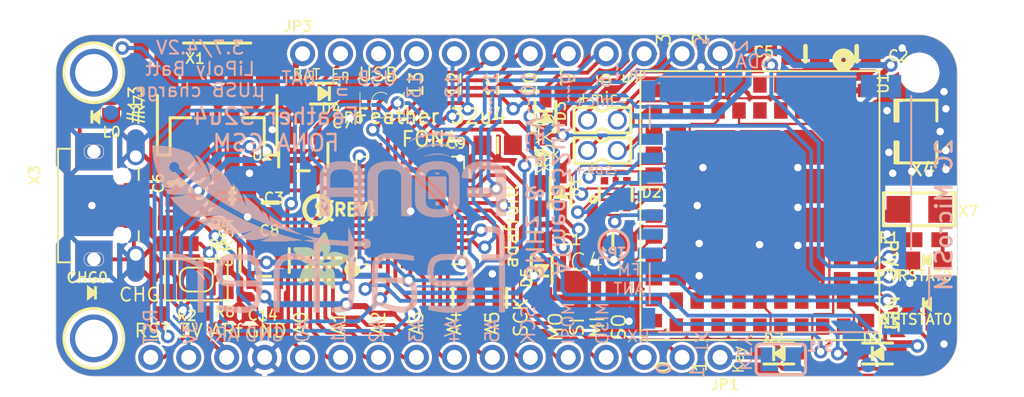
<source format=kicad_pcb>
(kicad_pcb (version 20221018) (generator pcbnew)
  (layers (0 "F.Cu" signal) (31 "B.Cu" signal) (34 "B.Paste" user) (35 "F.Paste" user) (36 "B.SilkS" user "B.Silkscreen") (37 "F.SilkS" user "F.Silkscreen") (38 "B.Mask" user) (39 "F.Mask" user) (44 "Edge.Cuts" user))
  (net 0 "")
  (net 1 "GND")
  (net 2 "D-")
  (net 3 "D+")
  (net 4 "MOSI")
  (net 5 "MISO")
  (net 6 "SCK")
  (net 7 "RST")
  (net 8 "N$11")
  (net 9 "N$12")
  (net 10 "A5")
  (net 11 "A4")
  (net 12 "A3")
  (net 13 "A2")
  (net 14 "A1")
  (net 15 "11")
  (net 16 "10")
  (net 17 "12")
  (net 18 "2")
  (net 19 "N$15")
  (net 20 "N$16")
  (net 21 "1")
  (net 22 "0")
  (net 23 "+3V3")
  (net 24 "VBUS")
  (net 25 "VBAT")
  (net 26 "N$2")
  (net 27 "AREF")
  (net 28 "13")
  (net 29 "A0")
  (net 30 "3")
  (net 31 "N$1")
  (net 32 "N$3")
  (net 33 "N$4")
  (net 34 "VRTC")
  (net 35 "NETSTAT")
  (net 36 "PWRSTAT")
  (net 37 "SIMRST")
  (net 38 "SIMCLK")
  (net 39 "SIMDATA")
  (net 40 "2.8V")
  (net 41 "UART_RXD")
  (net 42 "GSM_ANT")
  (net 43 "1.8V")
  (net 44 "MIC2+")
  (net 45 "MIC2-")
  (net 46 "SPEAKER2+")
  (net 47 "SPEAKER2-")
  (net 48 "UART_DTR")
  (net 49 "UART_RTS")
  (net 50 "8_UART_TXD")
  (net 51 "9_UART_RXD")
  (net 52 "7_UART_RI")
  (net 53 "5_UART_DTR")
  (net 54 "N$5")
  (net 55 "N$9")
  (net 56 "N$6")
  (net 57 "N$7")
  (net 58 "KEY")
  (net 59 "EN")
  (net 60 "6_UART_RTS")
  (net 61 "4_RST")
  (net 62 "FM_ANT")
  (footprint "working:1X16_ROUND" (layer "F.Cu") (at 143.7386 115.1636 180)
    (fp_text reference "JP1")
    (fp_text value "")
  )
  (footprint "working:SOD-123" (layer "F.Cu") (at 150.8506 109.3216 90)
    (fp_text reference "D5")
    (fp_text value "MMSZ5231BT1G")
  )
  (footprint "working:CHIPLED_0805_NOOUTLINE" (layer "F.Cu") (at 120.9836 99.0746 90)
    (fp_text reference "L0")
    (fp_text value "RED")
  )
  (footprint "working:87758-0216" (layer "F.Cu") (at 154.9146 101.3206 -90)
    (fp_text reference "X6")
    (fp_text value "1x2")
  )
  (footprint "working:CHIPLED_0805_NOOUTLINE" (layer "F.Cu") (at 120.7516 110.8456 -90)
    (fp_text reference "CHG0")
    (fp_text value "ORANGE")
  )
  (footprint "working:0603-NO" (layer "F.Cu") (at 126.488387 107.554913)
    (fp_text reference "R5")
    (fp_text value "22")
  )
  (footprint "working:0603-NO" (layer "F.Cu") (at 137.2786 101.3966 90)
    (fp_text reference "C7")
    (fp_text value "1uF")
  )
  (footprint "working:C1210" (layer "F.Cu") (at 154.5336 110.7186)
    (fp_text reference "C4")
    (fp_text value "100uF")
  )
  (footprint "working:SOD-323" (layer "F.Cu") (at 173.3296 114.9096)
    (fp_text reference "D9")
    (fp_text value "1N4148")
  )
  (footprint "working:TQFN44_7MM" (layer "F.Cu") (at 142.056784 105.331994)
    (fp_text reference "IC1")
    (fp_text value "ATMEGA32U4-MU")
  )
  (footprint "working:_0805MP" (layer "F.Cu") (at 147.9074 100.970007 180)
    (fp_text reference "C9")
    (fp_text value "10uF")
  )
  (footprint "working:0603-NO" (layer "F.Cu") (at 176.6316 107.2896 180)
    (fp_text reference "R1")
    (fp_text value "1K")
  )
  (footprint "working:SOD-323" (layer "F.Cu") (at 151.1046 99.0346 -90)
    (fp_text reference "D3")
    (fp_text value "1N4148")
  )
  (footprint "working:0603-NO" (layer "F.Cu") (at 124.0536 95.4786 -90)
    (fp_text reference "R7")
    (fp_text value "2.2K")
  )
  (footprint "working:_0805MP" (layer "F.Cu") (at 155.6131 107.4166 180)
    (fp_text reference "C1")
    (fp_text value "10uF")
  )
  (footprint "working:1X12_ROUND" (layer "F.Cu") (at 148.8186 94.8436)
    (fp_text reference "JP3")
    (fp_text value "")
  )
  (footprint "working:0603-NO" (layer "F.Cu") (at 132.1816 112.2426 180)
    (fp_text reference "R8")
    (fp_text value "2.2K")
  )
  (footprint "working:ANT_2450AT18B100" (layer "F.Cu") (at 176.1236 105.2576)
    (fp_text reference "X7")
    (fp_text value "ANT_2450AT18B100")
  )
  (footprint "" (layer "F.Cu") (at 176.1236 96.1136)
    (fp_text reference "@HOLE0" hide)
    (fp_text value "")
  )
  (footprint "working:0603-NO" (layer "F.Cu") (at 129.0574 112.216007)
    (fp_text reference "C14")
    (fp_text value "1uF")
  )
  (footprint "working:SOT23-5" (layer "F.Cu") (at 134.8994 101.6254 180)
    (fp_text reference "U2")
    (fp_text value "AP2112-3.3K")
  )
  (footprint "working:FIDUCIAL_1MM" (layer "F.Cu") (at 164.6138 94.3286 -90)
    (fp_text reference "U$35" hide)
    (fp_text value "FIDUCIAL\"\"" hide)
  )
  (footprint "working:CHIPLED_0805_NOOUTLINE" (layer "F.Cu") (at 176.6316 111.6076 90)
    (fp_text reference "NETSTAT0")
    (fp_text value "BLUE")
  )
  (footprint "working:SOD-123" (layer "F.Cu") (at 136.2456 97.5106 180)
    (fp_text reference "D4")
    (fp_text value "MBR120")
  )
  (footprint "working:RESONATOR-SMD" (layer "F.Cu") (at 146.712206 111.173994 180)
    (fp_text reference "Y1")
    (fp_text value "8MHz")
  )
  (footprint "working:KMR2" (layer "F.Cu") (at 127.7366 109.9566 180)
    (fp_text reference "SW1" hide)
    (fp_text value "SPST_TACT-KMR2" hide)
  )
  (footprint "working:0805-NO" (layer "F.Cu") (at 171.9326 94.8436)
    (fp_text reference "C2")
    (fp_text value "33pF")
  )
  (footprint "working:0603-NO" (layer "F.Cu") (at 135.7376 99.0092)
    (fp_text reference "R6")
    (fp_text value "100k")
  )
  (footprint "working:0805-NO" (layer "F.Cu") (at 126.4266 103.4746 90)
    (fp_text reference "C6")
    (fp_text value "10µF")
  )
  (footprint "working:0603-NO" (layer "F.Cu") (at 124.5616 112.2426)
    (fp_text reference "R2")
    (fp_text value "1K")
  )
  (footprint "working:0603-NO" (layer "F.Cu") (at 176.6316 113.0046 180)
    (fp_text reference "R3")
    (fp_text value "1K")
  )
  (footprint "working:PCBFEAT-REV-040" (layer "F.Cu") (at 135.8646 105.2576)
    (fp_text reference "U$44" hide)
    (fp_text value "" hide)
  )
  (footprint "working:SOD-323" (layer "F.Cu") (at 166.7256 114.9096)
    (fp_text reference "D7")
    (fp_text value "1N4148")
  )
  (footprint "working:0805-NO" (layer "F.Cu") (at 130.1496 104.3686)
    (fp_text reference "C3")
    (fp_text value "10µF")
  )
  (footprint "working:87758-0216" (layer "F.Cu") (at 154.9146 99.2886 -90)
    (fp_text reference "X5")
    (fp_text value "1x2")
  )
  (footprint "working:SOT23-5" (layer "F.Cu") (at 132.3086 108.6866 180)
    (fp_text reference "U3")
    (fp_text value "MCP73831T-2ACI/OT")
  )
  (footprint "working:0603-NO" (layer "F.Cu") (at 126.5576 106.1656)
    (fp_text reference "R4")
    (fp_text value "22")
  )
  (footprint "working:FIDUCIAL_1MM" (layer "F.Cu") (at 129.1336 96.3676 -90)
    (fp_text reference "U$34" hide)
    (fp_text value "FIDUCIAL\"\"" hide)
  )
  (footprint "working:MOUNTINGHOLE_2.5_PLATED" (layer "F.Cu") (at 120.8786 96.1136 -90)
    (fp_text reference "U$31" hide)
    (fp_text value "MOUNTINGHOLE2.5" hide)
  )
  (footprint "working:SOT363" (layer "F.Cu") (at 155.8036 104.2416)
    (fp_text reference "D2")
    (fp_text value "SMF05C")
  )
  (footprint "working:0805-NO" (layer "F.Cu") (at 132.7046 104.8096 -90)
    (fp_text reference "C8")
    (fp_text value "10µF")
  )
  (footprint "working:0805-NO" (layer "F.Cu") (at 168.5036 94.8436 180)
    (fp_text reference "C5")
    (fp_text value "10pF")
  )
  (footprint "working:CHIPLED_0805_NOOUTLINE" (layer "F.Cu") (at 176.6316 108.6866 90)
    (fp_text reference "PWRSTAT0")
    (fp_text value "GREEN")
  )
  (footprint "working:ADAFRUIT_3.5MM" (layer "F.Cu") (at 134.2136 110.5916)
    (fp_text reference "U$7" hide)
    (fp_text value "" hide)
  )
  (footprint "working:SOD-323" (layer "F.Cu") (at 152.1206 104.1146 -90)
    (fp_text reference "D1")
    (fp_text value "1N4148")
  )
  (footprint "working:U.FL" (layer "F.Cu") (at 175.9966 100.0506 180)
    (fp_text reference "X4")
    (fp_text value "uFL")
  )
  (footprint "working:0603-NO" (layer "F.Cu") (at 150.7236 104.3686 90)
    (fp_text reference "R9")
    (fp_text value "DNP")
  )
  (footprint "working:4UCONN_20329_V2" (layer "F.Cu") (at 122.7836 105.0036 -90)
    (fp_text reference "X3")
    (fp_text value "microUSB")
    (fp_line (start -4.05 2.15) (end -4.05 1.6) (stroke (width 0.05)) (layer "Edge.Cuts"))
    (fp_line (start -3.7 1.25) (end -3.5 1.25) (stroke (width 0.05)) (layer "Edge.Cuts"))
    (fp_line (start -3.5 2.55) (end -3.7 2.55) (stroke (width 0.05)) (layer "Edge.Cuts"))
    (fp_line (start -3.15 1.6) (end -3.15 2.15) (stroke (width 0.05)) (layer "Edge.Cuts"))
    (fp_line (start 3.15 2.2) (end 3.15 1.6) (stroke (width 0.05)) (layer "Edge.Cuts"))
    (fp_line (start 4.05 1.6) (end 4.05 2.2) (stroke (width 0.05)) (layer "Edge.Cuts"))
    (fp_arc (start -4.05 1.6) (mid -3.947487 1.352513) (end -3.7 1.25) (stroke (width 0.05)) (layer "Edge.Cuts"))
    (fp_arc (start -3.7 2.55) (mid -3.957843 2.422487) (end -4.05 2.15) (stroke (width 0.05)) (layer "Edge.Cuts"))
    (fp_arc (start -3.5 1.25) (mid -3.252513 1.352513) (end -3.15 1.6) (stroke (width 0.05)) (layer "Edge.Cuts"))
    (fp_arc (start -3.15 2.15) (mid -3.242157 2.422487) (end -3.5 2.55) (stroke (width 0.05)) (layer "Edge.Cuts"))
    (fp_arc (start 3.15 1.6) (mid 3.302513 1.331802) (end 3.6 1.25) (stroke (width 0.05)) (layer "Edge.Cuts"))
    (fp_arc (start 3.6 1.25) (mid 3.897487 1.331802) (end 4.05 1.6) (stroke (width 0.05)) (layer "Edge.Cuts"))
    (fp_arc (start 3.6 2.55) (mid 3.302513 2.468198) (end 3.15 2.2) (stroke (width 0.05)) (layer "Edge.Cuts"))
    (fp_arc (start 4.05 2.2) (mid 3.897487 2.468198) (end 3.6 2.55) (stroke (width 0.05)) (layer "Edge.Cuts"))
  )
  (footprint "working:SIM800L" (layer "F.Cu") (at 165.4556 105.0036 -90)
    (fp_text reference "U1")
    (fp_text value "SIM800H/L")
  )
  (footprint "working:JSTPH2" (layer "F.Cu") (at 129.1336 97.1296)
    (fp_text reference "X1")
    (fp_text value "JSTPH")
  )
  (footprint "working:FIDUCIAL_1MM" (layer "F.Cu") (at 127.6096 110.0836)
    (fp_text reference "U$18" hide)
    (fp_text value "FIDUCIAL\"\"" hide)
  )
  (footprint "working:MOUNTINGHOLE_2.5_PLATED" (layer "F.Cu") (at 120.8786 113.8936 -90)
    (fp_text reference "U$32" hide)
    (fp_text value "MOUNTINGHOLE2.5" hide)
  )
  (footprint "working:FIDUCIAL_1MM" (layer "B.Cu") (at 122.0216 98.7806 180)
    (fp_text reference "U$23" hide)
    (fp_text value "FIDUCIAL\"\"" hide)
  )
  (footprint "working:TESTPOINT_ROUND_1.5MM" (layer "B.Cu") (at 155.6766 107.6706 180)
    (fp_text reference "TP1")
    (fp_text value "")
  )
  (footprint "working:4UCONN_20217" (layer "B.Cu") (at 174.9806 112.8776 -90)
    (fp_text reference "X2" hide)
    (fp_text value "4UCON 20217" hide)
  )
  (footprint "working:FIDUCIAL_1MM" (layer "B.Cu") (at 172.6946 115.6716 180)
    (fp_text reference "U$42" hide)
    (fp_text value "FIDUCIAL\"\"" hide)
  )
  (footprint "working:SOLDERJUMPER_CLOSEDWIRE" (layer "B.Cu") (at 166.8526 115.2906 180)
    (fp_text reference "SJ1")
    (fp_text value "")
  )
  (footprint "working:FONA_LOGO_SMALL" (layer "B.Cu") (at 148.5646 105.8926 180)
    (fp_text reference "U$43" hide)
    (fp_text value "" hide)
  )
  (footprint "working:FEATHERLOGO" (layer "B.Cu") (at 149.0726 112.2426 180)
    (fp_text reference "U$25" hide)
    (fp_text value "" hide)
  )
  (gr_arc (start 176.1236 93.5736) (mid 177.919651 94.317549) (end 178.6636 96.1136) (stroke (width 0.05)) (layer "Edge.Cuts"))
  (gr_arc (start 120.8786 116.4336) (mid 119.082549 115.689651) (end 118.3386 113.8936) (stroke (width 0.05)) (layer "Edge.Cuts"))
  (gr_line (start 118.8466 102.8446) (end 118.8466 107.0356) (stroke (width 0.05)) (layer "Edge.Cuts"))
  (gr_line (start 118.8466 107.0356) (end 118.3386 107.5436) (stroke (width 0.05)) (layer "Edge.Cuts"))
  (gr_line (start 118.3386 102.3366) (end 118.8466 102.8446) (stroke (width 0.05)) (layer "Edge.Cuts"))
  (gr_line (start 176.1236 93.5736) (end 120.8786 93.5736) (stroke (width 0.05)) (layer "Edge.Cuts"))
  (gr_line (start 178.6636 113.8936) (end 178.6636 96.1136) (stroke (width 0.05)) (layer "Edge.Cuts"))
  (gr_arc (start 178.6636 113.8936) (mid 177.919651 115.689651) (end 176.1236 116.4336) (stroke (width 0.05)) (layer "Edge.Cuts"))
  (gr_line (start 118.3386 107.5436) (end 118.3386 113.8936) (stroke (width 0.05)) (layer "Edge.Cuts"))
  (gr_line (start 120.8786 116.4336) (end 176.1236 116.4336) (stroke (width 0.05)) (layer "Edge.Cuts"))
  (gr_line (start 118.3386 96.1136) (end 118.3386 102.3366) (stroke (width 0.05)) (layer "Edge.Cuts"))
  (gr_arc (start 118.3386 96.1136) (mid 119.082549 94.317549) (end 120.8786 93.5736) (stroke (width 0.05)) (layer "Edge.Cuts"))
  (gr_text "3" (at 161.5186 94.0816 -90) (layer "B.SilkS") (effects (font (size 0.89408 0.89408) (thickness 0.12192)) (justify mirror)))
  (gr_text "A4" (at 144.8816 113.3856 -270) (layer "B.SilkS") (effects (font (size 0.89408 0.89408) (thickness 0.12192)) (justify mirror)))
  (gr_text "A5" (at 147.5486 113.3856 -270) (layer "B.SilkS") (effects (font (size 0.89408 0.89408) (thickness 0.12192)) (justify mirror)))
  (gr_text "SCK" (at 149.9616 113.0046 -270) (layer "B.SilkS") (effects (font (size 0.89408 0.89408) (thickness 0.12192)) (justify mirror)))
  (gr_text "Feather 32u4\nFONA GSM" (at 133.0706 99.9236) (layer "B.SilkS") (effects (font (size 1.1049 1.1049) (thickness 0.1651)) (justify mirror)))
  (gr_text "A2" (at 139.8016 113.3856 -270) (layer "B.SilkS") (effects (font (size 0.89408 0.89408) (thickness 0.12192)) (justify mirror)))
  (gr_text "9~~" (at 152.6286 97.1296 -270) (layer "B.SilkS") (effects (font (size 0.89408 0.89408) (thickness 0.12192)) (justify mirror)))
  (gr_text "A1" (at 137.2616 113.5126 -270) (layer "B.SilkS") (effects (font (size 0.89408 0.89408) (thickness 0.12192)) (justify mirror)))
  (gr_text "FM\nANT" (at 156.6926 109.9566) (layer "B.SilkS") (effects (font (size 0.78232 0.78232) (thickness 0.10668)) (justify mirror)))
  (gr_text "ATmega32u4\n8MHz & 3.3V" (at 151.2316 104.4956 -90) (layer "B.SilkS") (effects (font (size 1.1049 1.1049) (thickness 0.1651)) (justify mirror)))
  (gr_text "13" (at 142.3416 97.0026 -270) (layer "B.SilkS") (effects (font (size 0.89408 0.89408) (thickness 0.12192)) (justify mirror)))
  (gr_text "1" (at 161.2646 116.1796 -270) (layer "B.SilkS") (effects (font (size 0.89408 0.89408) (thickness 0.12192)) (justify mirror)))
  (gr_text "-mic+" (at 154.7876 98.0186) (layer "B.SilkS") (effects (font (size 0.715264 0.715264) (thickness 0.097536)) (justify mirror)))
  (gr_text "6" (at 155.0416 96.7486 -270) (layer "B.SilkS") (effects (font (size 0.89408 0.89408) (thickness 0.12192)) (justify mirror)))
  (gr_text "10~~" (at 149.9616 97.5106 -270) (layer "B.SilkS") (effects (font (size 0.89408 0.89408) (thickness 0.12192)) (justify mirror)))
  (gr_text "TX" (at 161.5186 114.1476 -90) (layer "B.SilkS") (effects (font (size 0.78232 0.78232) (thickness 0.10668)) (justify mirror)))
  (gr_text "0" (at 158.9786 115.9256 -90) (layer "B.SilkS") (effects (font (size 0.89408 0.89408) (thickness 0.12192)) (justify mirror)))
  (gr_text "2G MicroSIM" (at 177.7746 105.6386 -270) (layer "B.SilkS") (effects (font (size 1.0922 1.0922) (thickness 0.1778)) (justify mirror)))
  (gr_text "USB" (at 139.8016 96.4946) (layer "B.SilkS") (effects (font (size 0.89408 0.89408) (thickness 0.12192)) (justify mirror)))
  (gr_text "0" (at 158.9786 115.9256 -90) (layer "B.SilkS") (effects (font (size 0.89408 0.89408) (thickness 0.12192)) (justify mirror)))
  (gr_text "3V" (at 127.3556 113.5126 -270) (layer "B.SilkS") (effects (font (size 0.89408 0.89408) (thickness 0.12192)) (justify mirror)))
  (gr_text "2" (at 164.1856 94.3356 -270) (layer "B.SilkS") (effects (font (size 0.89408 0.89408) (thickness 0.12192)) (justify mirror)))
  (gr_text "En" (at 137.3886 97.0026 -270) (layer "B.SilkS") (effects (font (size 0.89408 0.89408) (thickness 0.12192)) (justify mirror)))
  (gr_text "11~~" (at 147.4216 97.5106 -270) (layer "B.SilkS") (effects (font (size 0.89408 0.89408) (thickness 0.12192)) (justify mirror)))
  (gr_text "RX" (at 157.3276 113.7666) (layer "B.SilkS") (effects (font (size 0.78232 0.78232) (thickness 0.10668)) (justify mirror)))
  (gr_text "~~" (at 155.9306 95.9866 -90) (layer "B.SilkS") (effects (font (size 0.89408 0.89408) (thickness 0.12192)) (justify mirror)))
  (gr_text "12" (at 144.8816 97.0026 -270) (layer "B.SilkS") (effects (font (size 0.89408 0.89408) (thickness 0.12192)) (justify mirror)))
  (gr_text "MOSI" (at 152.6286 112.8776 -270) (layer "B.SilkS") (effects (font (size 0.78232 0.78232) (thickness 0.10668)) (justify mirror)))
  (gr_text "A3" (at 142.4686 113.3856 -270) (layer "B.SilkS") (effects (font (size 0.89408 0.89408) (thickness 0.12192)) (justify mirror)))
  (gr_text "ARf" (at 129.5146 113.6396) (layer "B.SilkS") (effects (font (size 0.89408 0.89408) (thickness 0.12192)) (justify mirror)))
  (gr_text "3.7/4.2V\nLiPoly Batt\nµUSB charge" (at 127.9906 95.8596) (layer "B.SilkS") (effects (font (size 0.88392 0.88392) (thickness 0.13208)) (justify mirror)))
  (gr_text "KEY" (at 164.3888 114.8588 -90) (layer "B.SilkS") (effects (font (size 0.89408 0.89408) (thickness 0.12192)) (justify mirror)))
  (gr_text "2" (at 164.1856 94.3356 -270) (layer "B.SilkS") (effects (font (size 0.89408 0.89408) (thickness 0.12192)) (justify mirror)))
  (gr_text "5" (at 157.3276 96.2406 -270) (layer "B.SilkS") (effects (font (size 0.89408 0.89408) (thickness 0.12192)) (justify mirror)))
  (gr_text "A0" (at 134.8486 113.3856 -270) (layer "B.SilkS") (effects (font (size 0.89408 0.89408) (thickness 0.12192)) (justify mirror)))
  (gr_text "BAT" (at 134.5946 96.4946) (layer "B.SilkS") (effects (font (size 0.89408 0.89408) (thickness 0.12192)) (justify mirror)))
  (gr_text "-spk+" (at 156.5656 102.9716) (layer "B.SilkS") (effects (font (size 0.715264 0.715264) (thickness 0.097536)) (justify left bottom mirror)))
  (gr_text "GND" (at 132.3086 113.6396) (layer "B.SilkS") (effects (font (size 0.89408 0.89408) (thickness 0.12192)) (justify mirror)))
  (gr_text "RST" (at 124.6886 113.1316 -270) (layer "B.SilkS") (effects (font (size 0.89408 0.89408) (thickness 0.12192)) (justify mirror)))
  (gr_text "MISO" (at 154.9146 112.8776 -270) (layer "B.SilkS") (effects (font (size 0.78232 0.78232) (thickness 0.10668)) (justify mirror)))
  (gr_text "SDA" (at 165.0746 95.3516) (layer "B.SilkS") (effects (font (size 0.89408 0.89408) (thickness 0.12192)) (justify mirror)))
  (gr_text "1" (at 161.2646 116.1796 -270) (layer "B.SilkS") (effects (font (size 0.89408 0.89408) (thickness 0.12192)) (justify mirror)))
  (gr_text "A5" (at 147.5486 112.8776 90) (layer "F.SilkS") (effects (font (size 0.89408 0.89408) (thickness 0.12192))))
  (gr_text "MO\nSI" (at 152.5016 113.1316 90) (layer "F.SilkS") (effects (font (size 0.89408 0.89408) (thickness 0.12192))))
  (gr_text "RST" (at 129.7686 106.9086 90) (layer "F.SilkS") (effects (font (size 0.89408 0.89408) (thickness 0.12192))))
  (gr_text "GND" (at 132.4356 113.3856) (layer "F.SilkS") (effects (font (size 0.89408 0.89408) (thickness 0.12192))))
  (gr_text "~~" (at 149.7076 97.0026 90) (layer "F.SilkS") (effects (font (size 0.715264 0.715264) (thickness 0.097536))))
  (gr_text "A1" (at 137.2616 112.8776 90) (layer "F.SilkS") (effects (font (size 0.89408 0.89408) (thickness 0.12192))))
  (gr_text "9" (at 152.6286 96.4946 90) (layer "F.SilkS") (effects (font (size 0.89408 0.89408) (thickness 0.12192))))
  (gr_text "En" (at 137.3886 96.2406) (layer "F.SilkS") (effects (font (size 0.715264 0.715264) (thickness 0.097536))))
  (gr_text "ARf" (at 129.7686 113.3856) (layer "F.SilkS") (effects (font (size 0.89408 0.89408) (thickness 0.12192))))
  (gr_text "A3" (at 142.4686 112.8776 90) (layer "F.SilkS") (effects (font (size 0.89408 0.89408) (thickness 0.12192))))
  (gr_text "MI\nSO" (at 155.2956 113.1316 90) (layer "F.SilkS") (effects (font (size 0.89408 0.89408) (thickness 0.12192))))
  (gr_text "PWR" (at 173.7106 107.1626 270) (layer "F.SilkS") (effects (font (size 0.8636 0.8636) (thickness 0.1524)) (justify left bottom)))
  (gr_text "10" (at 150.0886 96.8756 90) (layer "F.SilkS") (effects (font (size 0.89408 0.89408) (thickness 0.12192))))
  (gr_text "~~" (at 147.1676 97.0026 90) (layer "F.SilkS") (effects (font (size 0.89408 0.89408) (thickness 0.12192))))
  (gr_text "~~" (at 152.1206 96.3676 90) (layer "F.SilkS") (effects (font (size 0.89408 0.89408) (thickness 0.12192))))
  (gr_text "+mic-" (at 155.0416 97.7646) (layer "F.SilkS") (effects (font (size 0.715264 0.715264) (thickness 0.097536))))
  (gr_text "6" (at 155.0416 96.4946 90) (layer "F.SilkS") (effects (font (size 0.89408 0.89408) (thickness 0.12192))))
  (gr_text "12" (at 145.0086 96.8756 90) (layer "F.SilkS") (effects (font (size 0.89408 0.89408) (thickness 0.12192))))
  (gr_text "1" (at 161.9631 116.2431 90) (layer "F.SilkS") (effects (font (size 0.89408 0.89408) (thickness 0.12192)) (justify left bottom)))
  (gr_text "RST" (at 124.8156 113.3856) (layer "F.SilkS") (effects (font (size 0.89408 0.89408) (thickness 0.12192))))
  (gr_text "Key" (at 164.4396 116.3066 90) (layer "F.SilkS") (effects (font (size 0.715264 0.715264) (thickness 0.097536)) (justify left bottom)))
  (gr_text "CHG" (at 123.9266 110.9726) (layer "F.SilkS") (effects (font (size 0.89408 0.89408) (thickness 0.12192))))
  (gr_text "spk" (at 150.2156 101.9556) (layer "F.SilkS") (effects (font (size 0.715264 0.715264) (thickness 0.097536)) (justify left bottom)))
  (gr_text "11" (at 147.5486 96.8756 90) (layer "F.SilkS") (effects (font (size 0.89408 0.89408) (thickness 0.12192))))
  (gr_text "adafruit!" (at 148.8186 106.4006 90) (layer "F.SilkS") (effects (font (size 0.88392 0.88392) (thickness 0.13208))))
  (gr_text "SCK" (at 149.4536 112.4966 90) (layer "F.SilkS") (effects (font (size 0.89408 0.89408) (thickness 0.12192))))
  (gr_text "3V" (at 127.3556 113.3856) (layer "F.SilkS") (effects (font (size 0.89408 0.89408) (thickness 0.12192))))
  (gr_text "BAT" (at 135.1026 96.2406) (layer "F.SilkS") (effects (font (size 0.715264 0.715264) (thickness 0.097536))))
  (gr_text "NET" (at 173.7106 110.9091 270) (layer "F.SilkS") (effects (font (size 0.90678 0.90678) (thickness 0.16002)) (justify left bottom)))
  (gr_text "13" (at 142.4686 96.8756 90) (layer "F.SilkS") (effects (font (size 0.89408 0.89408) (thickness 0.12192))))
  (gr_text "#13" (at 123.6726 98.2726 90) (layer "F.SilkS") (effects (font (size 0.89408 0.89408) (thickness 0.12192))))
  (gr_text "0" (at 159.4866 116.3066 90) (layer "F.SilkS") (effects (font (size 0.89408 0.89408) (thickness 0.12192)) (justify left bottom)))
  (gr_text "+ -" (at 153.5176 103.2256) (layer "F.SilkS") (effects (font (size 0.715264 0.715264) (thickness 0.097536)) (justify left bottom)))
  (gr_text "FONA" (at 143.3576 100.5586) (layer "F.SilkS") (effects (font (size 0.99441 0.99441) (thickness 0.14859))))
  (gr_text "A0" (at 134.7216 112.8776 90) (layer "F.SilkS") (effects (font (size 0.89408 0.89408) (thickness 0.12192))))
  (gr_text "5" (at 156.8196 96.4946 90) (layer "F.SilkS") (effects (font (size 0.89408 0.89408) (thickness 0.12192))))
  (gr_text "USB" (at 139.9286 96.2406) (layer "F.SilkS") (effects (font (size 0.89408 0.89408) (thickness 0.12192))))
  (gr_text "Feather 32u4" (at 143.4846 99.0346) (layer "F.SilkS") (effects (font (size 0.99441 0.99441) (thickness 0.14859))))
  (gr_text "2" (at 161.9631 94.3356 90) (layer "F.SilkS") (effects (font (size 0.89408 0.89408) (thickness 0.12192)) (justify left bottom)))
  (gr_text "A4" (at 145.0086 112.8776 90) (layer "F.SilkS") (effects (font (size 0.89408 0.89408) (thickness 0.12192))))
  (gr_text "3" (at 159.5501 94.3991 90) (layer "F.SilkS") (effects (font (size 0.89408 0.89408) (thickness 0.12192)) (justify left bottom)))
  (gr_text "A2" (at 139.9286 112.8776 90) (layer "F.SilkS") (effects (font (size 0.89408 0.89408) (thickness 0.12192))))
  (segment (start 141.556784 105.915416) (end 142.0876 105.3846) (width 0.254) (layer "F.Cu") (net 1))
  (segment (start 120.8836 108.6036) (end 123.3836 108.6036) (width 0.254) (layer "F.Cu") (net 1))
  (segment (start 119.9336 99.0746) (end 119.9336 101.4036) (width 0.254) (layer "F.Cu") (net 1))
  (segment (start 154.6606 104.6226) (end 154.5336 104.7496) (width 0.1524) (layer "F.Cu") (net 1))
  (segment (start 123.5586 108.1786) (end 123.6836 108.3036) (width 0.254) (layer "F.Cu") (net 1))
  (segment (start 172.8826 94.8436) (end 173.5176 94.2086) (width 0.4064) (layer "F.Cu") (net 1))
  (segment (start 161.6566 109.7026) (end 161.3916 109.7026) (width 0.254) (layer "F.Cu") (net 1))
  (segment (start 155.6766 104.6226) (end 154.6606 104.6226) (width 0.1524) (layer "F.Cu") (net 1))
  (segment (start 140.648206 107.331994) (end 142.0876 105.8926) (width 0.254) (layer "F.Cu") (net 1))
  (segment (start 154.5971 107.4166) (end 154.7851 106.5936) (width 0.2032) (layer "F.Cu") (net 1))
  (segment (start 162.4556 103.7036) (end 163.6956 102.4636) (width 0.254) (layer "F.Cu") (net 1))
  (segment (start 132.3086 107.3865) (end 132.3086 105.7596) (width 0.254) (layer "F.Cu") (net 1))
  (segment (start 140.415993 103.331994) (end 142.2146 105.1306) (width 0.254) (layer "F.Cu") (net 1))
  (segment (start 154.7851 106.5936) (end 153.6446 107.7341) (width 0.2032) (layer "F.Cu") (net 1))
  (segment (start 142.0876 105.8926) (end 142.0876 105.3846) (width 0.254) (layer "F.Cu") (net 1))
  (segment (start 119.9336 101.4036) (end 120.8836 101.4036) (width 0.254) (layer "F.Cu") (net 1))
  (segment (start 175.5816 110.0836) (end 175.5816 108.6866) (width 0.3048) (layer "F.Cu") (net 1))
  (segment (start 138.581784 107.331994) (end 140.648206 107.331994) (width 0.254) (layer "F.Cu") (net 1))
  (segment (start 169.6466 96.8946) (end 169.6556 96.9036) (width 0.254) (layer "F.Cu") (net 1))
  (segment (start 155.8036 104.7496) (end 155.6766 104.6226) (width 0.1524) (layer "F.Cu") (net 1))
  (segment (start 154.5336 105.8951) (end 154.5971 107.4166) (width 0.2032) (layer "F.Cu") (net 1))
  (segment (start 141.556784 108.806994) (end 141.556784 105.915416) (width 0.254) (layer "F.Cu") (net 1))
  (segment (start 144.556784 101.856994) (end 144.556784 102.788416) (width 0.254) (layer "F.Cu") (net 1))
  (segment (start 153.6446 107.7341) (end 153.4541 107.7341) (width 0.2032) (layer "F.Cu") (net 1))
  (segment (start 142.2146 105.1306) (end 142.2146 105.2576) (width 0.254) (layer "F.Cu") (net 1))
  (segment (start 132.3086 105.7596) (end 132.7046 105.7596) (width 0.254) (layer "F.Cu") (net 1))
  (segment (start 123.5586 106.3036) (end 121.3336 106.3036) (width 0.254) (layer "F.Cu") (net 1))
  (segment (start 121.3336 106.3036) (end 120.7836 105.7536) (width 0.254) (layer "F.Cu") (net 1))
  (segment (start 169.6556 108.9036) (end 168.4556 108.9036) (width 0.254) (layer "F.Cu") (net 1))
  (segment (start 154.5336 105.6386) (end 154.5336 105.8951) (width 0.2032) (layer "F.Cu") (net 1))
  (segment (start 123.3836 108.6036) (end 123.6836 108.3036) (width 0.254) (layer "F.Cu") (net 1))
  (segment (start 123.5586 106.3036) (end 123.5586 108.1786) (width 0.254) (layer "F.Cu") (net 1))
  (segment (start 138.581784 103.331994) (end 140.415993 103.331994) (width 0.254) (layer "F.Cu") (net 1))
  (segment (start 162.4556 108.9036) (end 161.6566 109.7026) (width 0.254) (layer "F.Cu") (net 1))
  (segment (start 169.6556 111.3636) (end 169.6556 108.9036) (width 0.254) (layer "F.Cu") (net 1))
  (segment (start 160.9516 107.1036) (end 161.3916 107.5436) (width 0.4064) (layer "F.Cu") (net 1))
  (segment (start 142.2146 105.2576) (end 142.0876 105.3846) (width 0.254) (layer "F.Cu") (net 1))
  (segment (start 173.5176 94.2086) (end 174.8536 94.2086) (width 0.4064) (layer "F.Cu") (net 1))
  (segment (start 129.8576 109.1566) (end 130.6576 109.9566) (width 0.254) (layer "F.Cu") (net 1))
  (segment (start 169.6466 95.9866) (end 169.6466 96.8946) (width 0.254) (layer "F.Cu") (net 1))
  (segment (start 144.556784 102.788416) (end 142.2146 105.1306) (width 0.254) (layer "F.Cu") (net 1))
  (segment (start 143.415993 106.331994) (end 142.2146 105.1306) (width 0.254) (layer "F.Cu") (net 1))
  (segment (start 159.9556 107.1036) (end 160.9516 107.1036) (width 0.4064) (layer "F.Cu") (net 1))
  (segment (start 155.8036 105.1416) (end 155.8036 104.7496) (width 0.1524) (layer "F.Cu") (net 1))
  (segment (start 130.6576 109.9566) (end 130.6576 111.2266) (width 0.254) (layer "F.Cu") (net 1))
  (segment (start 154.5336 104.7496) (end 154.5336 105.6386) (width 0.1524) (layer "F.Cu") (net 1))
  (segment (start 167.4876 95.9866) (end 169.6466 95.9866) (width 0.254) (layer "F.Cu") (net 1))
  (segment (start 129.7366 109.1566) (end 129.8576 109.1566) (width 0.254) (layer "F.Cu") (net 1))
  (segment (start 145.531784 106.331994) (end 143.415993 106.331994) (width 0.254) (layer "F.Cu") (net 1))
  (via (at 173.9646 106.9086) (size 0.9064) (drill 0.5) (layers "F.Cu" "B.Cu") (net 1))
  (via (at 167.9956 105.1306) (size 0.9064) (drill 0.5) (layers "F.Cu" "B.Cu") (net 1))
  (via (at 154.4066 108.8136) (size 0.9064) (drill 0.5) (layers "F.Cu" "B.Cu") (net 1))
  (via (at 161.3916 109.7026) (size 0.9064) (drill 0.5) (layers "F.Cu" "B.Cu") (net 1))
  (via (at 175.6156 102.7176) (size 0.9064) (drill 0.5) (layers "F.Cu" "B.Cu") (net 1))
  (via (at 173.9646 98.6536) (size 0.9064) (drill 0.5) (layers "F.Cu" "B.Cu") (net 1))
  (via (at 147.5486 109.5756) (size 0.9064) (drill 0.5) (layers "F.Cu" "B.Cu") (net 1))
  (via (at 177.7746 114.2746) (size 0.9064) (drill 0.5) (layers "F.Cu" "B.Cu") (net 1))
  (via (at 177.9016 98.5266) (size 0.9064) (drill 0.5) (layers "F.Cu" "B.Cu") (net 1))
  (via (at 177.5206 100.0506) (size 0.9064) (drill 0.5) (layers "F.Cu" "B.Cu") (net 1))
  (via (at 161.6456 102.4636) (size 0.9064) (drill 0.5) (layers "F.Cu" "B.Cu") (net 1))
  (via (at 176.7586 102.8446) (size 0.9064) (drill 0.5) (layers "F.Cu" "B.Cu") (net 1))
  (via (at 174.9806 94.4626) (size 0.9064) (drill 0.5) (layers "F.Cu" "B.Cu") (net 1))
  (via (at 120.7516 105.0036) (size 0.9064) (drill 0.5) (layers "F.Cu" "B.Cu") (net 1))
  (via (at 167.9956 102.4636) (size 0.9064) (drill 0.5) (layers "F.Cu" "B.Cu") (net 1))
  (via (at 161.3916 107.5436) (size 0.9064) (drill 0.5) (layers "F.Cu" "B.Cu") (net 1))
  (via (at 161.2646 105.0036) (size 0.9064) (drill 0.5) (layers "F.Cu" "B.Cu") (net 1))
  (via (at 174.3456 102.8446) (size 0.9064) (drill 0.5) (layers "F.Cu" "B.Cu") (net 1))
  (via (at 131.2926 102.8446) (size 0.9064) (drill 0.5) (layers "F.Cu" "B.Cu") (net 1))
  (via (at 175.4886 110.2106) (size 0.9064) (drill 0.5) (layers "F.Cu" "B.Cu") (net 1))
  (via (at 177.9016 102.5906) (size 0.9064) (drill 0.5) (layers "F.Cu" "B.Cu") (net 1))
  (via (at 161.5186 95.7326) (size 0.9064) (drill 0.5) (layers "F.Cu" "B.Cu") (net 1))
  (via (at 177.9016 101.3206) (size 0.9064) (drill 0.5) (layers "F.Cu" "B.Cu") (net 1))
  (via (at 165.4302 107.6198) (size 0.9064) (drill 0.5) (layers "F.Cu" "B.Cu") (net 1))
  (via (at 145.3896 101.8286) (size 0.9064) (drill 0.5) (layers "F.Cu" "B.Cu") (net 1))
  (via (at 142.0876 105.3846) (size 0.9064) (drill 0.5) (layers "F.Cu" "B.Cu") (net 1))
  (via (at 138.0236 99.1616) (size 0.9064) (drill 0.5) (layers "F.Cu" "B.Cu") (net 1))
  (via (at 167.9956 107.6706) (size 0.9064) (drill 0.5) (layers "F.Cu" "B.Cu") (net 1))
  (via (at 177.7746 97.3836) (size 0.9064) (drill 0.5) (layers "F.Cu" "B.Cu") (net 1))
  (via (at 131.1656 105.7656) (size 0.9064) (drill 0.5) (layers "F.Cu" "B.Cu") (net 1))
  (via (at 132.8166 99.9236) (size 0.9064) (drill 0.5) (layers "F.Cu" "B.Cu") (net 1))
  (via (at 156.6926 112.7506) (size 0.9064) (drill 0.5) (layers "F.Cu" "B.Cu") (net 1))
  (via (at 174.0916 101.4476) (size 0.9064) (drill 0.5) (layers "F.Cu" "B.Cu") (net 1))
  (segment (start 127.4076 106.1656) (end 128.1366 106.1656) (width 0.254) (layer "F.Cu") (net 2))
  (segment (start 140.556784 108.806994) (end 140.556784 110.750816) (width 0.254) (layer "F.Cu") (net 2))
  (segment (start 140.556784 110.750816) (end 140.0556 111.252) (width 0.254) (layer "F.Cu") (net 2))
  (segment (start 128.1366 106.1656) (end 129.0066 107.0356) (width 0.254) (layer "F.Cu") (net 2))
  (via (at 140.0556 111.252) (size 0.9064) (drill 0.5) (layers "F.Cu" "B.Cu") (net 2))
  (via (at 129.0066 107.0356) (size 0.9064) (drill 0.5) (layers "F.Cu" "B.Cu") (net 2))
  (segment (start 130.5306 110.8456) (end 132.4356 112.7506) (width 0.254) (layer "B.Cu") (net 2))
  (segment (start 132.4356 112.7506) (end 138.557 112.7506) (width 0.254) (layer "B.Cu") (net 2))
  (segment (start 129.0066 107.0356) (end 130.5306 108.5596) (width 0.254) (layer "B.Cu") (net 2))
  (segment (start 130.5306 108.5596) (end 130.5306 110.8456) (width 0.254) (layer "B.Cu") (net 2))
  (segment (start 138.557 112.7506) (end 140.0556 111.252) (width 0.254) (layer "B.Cu") (net 2))
  (segment (start 142.1384 111.4044) (end 142.1384 112.2172) (width 0.254) (layer "F.Cu") (net 3))
  (segment (start 141.056784 110.322785) (end 142.1384 111.4044) (width 0.254) (layer "F.Cu") (net 3))
  (segment (start 128.001912 107.554913) (end 128.6256 108.1786) (width 0.254) (layer "F.Cu") (net 3))
  (segment (start 127.338387 107.554913) (end 128.001912 107.554913) (width 0.254) (layer "F.Cu") (net 3))
  (segment (start 141.056784 108.806994) (end 141.056784 110.322785) (width 0.254) (layer "F.Cu") (net 3))
  (via (at 128.6256 108.1786) (size 0.9064) (drill 0.5) (layers "F.Cu" "B.Cu") (net 3))
  (via (at 142.1384 112.2172) (size 0.9064) (drill 0.5) (layers "F.Cu" "B.Cu") (net 3))
  (segment (start 129.3876 108.9406) (end 128.6256 108.1786) (width 0.254) (layer "B.Cu") (net 3))
  (segment (start 140.97 113.3856) (end 142.1384 112.2172) (width 0.254) (layer "B.Cu") (net 3))
  (segment (start 130.2766 113.3856) (end 129.3876 112.4966) (width 0.254) (layer "B.Cu") (net 3))
  (segment (start 129.3876 112.4966) (end 129.3876 108.9406) (width 0.254) (layer "B.Cu") (net 3))
  (segment (start 130.2766 113.3856) (end 140.97 113.3856) (width 0.254) (layer "B.Cu") (net 3))
  (segment (start 146.7866 112.8776) (end 147.2946 113.3856) (width 0.254) (layer "F.Cu") (net 4))
  (segment (start 148.3106 113.3856) (end 148.8186 113.8936) (width 0.254) (layer "F.Cu") (net 4))
  (segment (start 144.056784 112.560785) (end 144.3736 112.8776) (width 0.254) (layer "F.Cu") (net 4))
  (segment (start 148.8186 113.8936) (end 150.5966 113.8936) (width 0.254) (layer "F.Cu") (net 4))
  (segment (start 151.8666 115.1636) (end 152.6286 115.1636) (width 0.254) (layer "F.Cu") (net 4))
  (segment (start 144.056784 108.806994) (end 144.056784 112.560785) (width 0.254) (layer "F.Cu") (net 4))
  (segment (start 150.5966 113.8936) (end 151.8666 115.1636) (width 0.254) (layer "F.Cu") (net 4))
  (segment (start 144.3736 112.8776) (end 146.7866 112.8776) (width 0.254) (layer "F.Cu") (net 4))
  (segment (start 147.2946 113.3856) (end 148.3106 113.3856) (width 0.254) (layer "F.Cu") (net 4))
  (segment (start 144.56339 112.305391) (end 144.6276 112.3696) (width 0.254) (layer "F.Cu") (net 5))
  (segment (start 151.4856 113.8936) (end 153.1366 113.8936) (width 0.254) (layer "F.Cu") (net 5))
  (segment (start 153.1366 113.8936) (end 154.4066 115.1636) (width 0.254) (layer "F.Cu") (net 5))
  (segment (start 144.6276 112.3696) (end 147.0406 112.3696) (width 0.254) (layer "F.Cu") (net 5))
  (segment (start 154.4066 115.1636) (end 155.1686 115.1636) (width 0.254) (layer "F.Cu") (net 5))
  (segment (start 144.56339 108.8136) (end 144.56339 112.305391) (width 0.254) (layer "F.Cu") (net 5))
  (segment (start 155.0416 115.1636) (end 155.1686 115.1636) (width 0.254) (layer "F.Cu") (net 5))
  (segment (start 147.5486 112.8776) (end 148.5646 112.8776) (width 0.254) (layer "F.Cu") (net 5))
  (segment (start 149.0726 113.3856) (end 150.9776 113.3856) (width 0.254) (layer "F.Cu") (net 5))
  (segment (start 148.5646 112.8776) (end 149.0726 113.3856) (width 0.254) (layer "F.Cu") (net 5))
  (segment (start 147.0406 112.3696) (end 147.5486 112.8776) (width 0.254) (layer "F.Cu") (net 5))
  (segment (start 144.56339 108.8136) (end 144.556784 108.806994) (width 0.254) (layer "F.Cu") (net 5))
  (segment (start 150.9776 113.3856) (end 151.4856 113.8936) (width 0.254) (layer "F.Cu") (net 5))
  (segment (start 148.0566 113.8936) (end 149.3266 115.1636) (width 0.254) (layer "F.Cu") (net 6))
  (segment (start 149.3266 115.1636) (end 150.0886 115.1636) (width 0.254) (layer "F.Cu") (net 6))
  (segment (start 147.0406 113.8936) (end 148.0566 113.8936) (width 0.254) (layer "F.Cu") (net 6))
  (segment (start 143.556784 112.822785) (end 144.1196 113.3856) (width 0.254) (layer "F.Cu") (net 6))
  (segment (start 144.1196 113.3856) (end 146.5326 113.3856) (width 0.254) (layer "F.Cu") (net 6))
  (segment (start 143.556784 108.806994) (end 143.556784 112.822785) (width 0.254) (layer "F.Cu") (net 6))
  (segment (start 146.5326 113.3856) (end 147.0406 113.8936) (width 0.254) (layer "F.Cu") (net 6))
  (segment (start 149.9616 115.0366) (end 150.0886 115.1636) (width 0.254) (layer "B.Cu") (net 6))
  (segment (start 126.8476 111.9886) (end 126.8476 112.1156) (width 0.254) (layer "F.Cu") (net 7))
  (segment (start 125.7366 110.7566) (end 125.7366 111.0046) (width 0.254) (layer "F.Cu") (net 7))
  (segment (start 125.5776 115.1636) (end 124.6886 115.1636) (width 0.254) (layer "F.Cu") (net 7))
  (segment (start 124.6886 115.1636) (end 124.8156 115.1636) (width 0.254) (layer "F.Cu") (net 7))
  (segment (start 126.8476 113.8936) (end 125.5776 115.1636) (width 0.254) (layer "F.Cu") (net 7))
  (segment (start 125.7366 111.0046) (end 126.8476 112.1156) (width 0.254) (layer "F.Cu") (net 7))
  (segment (start 126.8476 111.9886) (end 126.8476 111.8616) (width 0.254) (layer "F.Cu") (net 7))
  (segment (start 129.1396 111.3536) (end 127.3556 111.3536) (width 0.254) (layer "F.Cu") (net 7))
  (segment (start 129.7366 110.7566) (end 129.1396 111.3536) (width 0.254) (layer "F.Cu") (net 7))
  (segment (start 146.193993 107.331994) (end 146.6596 107.7976) (width 0.254) (layer "F.Cu") (net 7))
  (segment (start 126.8476 112.1156) (end 126.8476 113.8936) (width 0.254) (layer "F.Cu") (net 7))
  (segment (start 145.531784 107.331994) (end 146.193993 107.331994) (width 0.254) (layer "F.Cu") (net 7))
  (segment (start 126.8476 111.8616) (end 127.2286 111.4806) (width 0.254) (layer "F.Cu") (net 7))
  (segment (start 146.6596 107.7976) (end 147.0406 107.7976) (width 0.254) (layer "F.Cu") (net 7))
  (segment (start 127.3556 111.3536) (end 127.2286 111.4806) (width 0.254) (layer "F.Cu") (net 7))
  (via (at 147.0406 107.7976) (size 0.9064) (drill 0.5) (layers "F.Cu" "B.Cu") (net 7))
  (via (at 126.8476 111.9886) (size 0.9064) (drill 0.5) (layers "F.Cu" "B.Cu") (net 7))
  (segment (start 136.1186 102.4636) (end 135.3566 101.7016) (width 0.254) (layer "B.Cu") (net 7))
  (segment (start 141.9606 99.0346) (end 140.8176 99.0346) (width 0.254) (layer "B.Cu") (net 7))
  (segment (start 135.3566 100.3046) (end 137.3886 98.2726) (width 0.254) (layer "B.Cu") (net 7))
  (segment (start 131.5466 104.3686) (end 133.3246 106.1466) (width 0.254) (layer "B.Cu") (net 7))
  (segment (start 136.1186 105.7656) (end 136.1186 102.4636) (width 0.254) (layer "B.Cu") (net 7))
  (segment (start 129.2606 104.3686) (end 131.5466 104.3686) (width 0.254) (layer "B.Cu") (net 7))
  (segment (start 133.3246 106.1466) (end 135.7376 106.1466) (width 0.254) (layer "B.Cu") (net 7))
  (segment (start 141.9606 99.0346) (end 143.3576 100.4316) (width 0.254) (layer "B.Cu") (net 7))
  (segment (start 146.2786 100.9396) (end 146.2786 104.7496) (width 0.254) (layer "B.Cu") (net 7))
  (segment (start 137.3886 98.2726) (end 140.0556 98.2726) (width 0.254) (layer "B.Cu") (net 7))
  (segment (start 135.7376 106.1466) (end 136.1186 105.7656) (width 0.254) (layer "B.Cu") (net 7))
  (segment (start 143.3576 100.4316) (end 145.7706 100.4316) (width 0.254) (layer "B.Cu") (net 7))
  (segment (start 126.7206 111.8616) (end 126.8476 111.9886) (width 0.254) (layer "B.Cu") (net 7))
  (segment (start 145.7706 100.4316) (end 146.2786 100.9396) (width 0.254) (layer "B.Cu") (net 7))
  (segment (start 126.7206 106.9086) (end 126.7206 111.8616) (width 0.254) (layer "B.Cu") (net 7))
  (segment (start 146.2786 104.7496) (end 147.6756 106.1466) (width 0.254) (layer "B.Cu") (net 7))
  (segment (start 140.8176 99.0346) (end 140.0556 98.2726) (width 0.254) (layer "B.Cu") (net 7))
  (segment (start 135.3566 101.7016) (end 135.3566 100.3046) (width 0.254) (layer "B.Cu") (net 7))
  (segment (start 147.6756 107.1626) (end 147.0406 107.7976) (width 0.254) (layer "B.Cu") (net 7))
  (segment (start 147.6756 106.1466) (end 147.6756 107.1626) (width 0.254) (layer "B.Cu") (net 7))
  (segment (start 126.7206 106.9086) (end 129.2606 104.3686) (width 0.254) (layer "B.Cu") (net 7))
  (segment (start 147.0406 108.6866) (end 145.6436 110.0836) (width 0.254) (layer "F.Cu") (net 8))
  (segment (start 147.233993 105.831994) (end 147.9296 106.5276) (width 0.254) (layer "F.Cu") (net 8))
  (segment (start 145.6436 111.305388) (end 145.512206 111.173994) (width 0.254) (layer "F.Cu") (net 8))
  (segment (start 147.9296 108.6866) (end 147.0406 108.6866) (width 0.254) (layer "F.Cu") (net 8))
  (segment (start 147.9296 106.5276) (end 147.9296 108.6866) (width 0.254) (layer "F.Cu") (net 8))
  (segment (start 145.6436 110.0836) (end 145.6436 111.305388) (width 0.254) (layer "F.Cu") (net 8))
  (segment (start 145.531784 105.831994) (end 147.233993 105.831994) (width 0.254) (layer "F.Cu") (net 8))
  (segment (start 148.4376 106.3436) (end 148.4376 110.6486) (width 0.254) (layer "F.Cu") (net 9))
  (segment (start 148.4376 110.6486) (end 147.912206 111.173994) (width 0.254) (layer "F.Cu") (net 9))
  (segment (start 145.531784 105.331994) (end 147.425993 105.331994) (width 0.254) (layer "F.Cu") (net 9))
  (segment (start 147.425993 105.331994) (end 148.4376 106.3436) (width 0.254) (layer "F.Cu") (net 9))
  (segment (start 140.9446 113.0046) (end 139.1666 113.0046) (width 0.254) (layer "F.Cu") (net 10))
  (segment (start 145.7706 113.8936) (end 143.7386 113.8936) (width 0.254) (layer "F.Cu") (net 10))
  (segment (start 147.0406 115.1636) (end 145.7706 113.8936) (width 0.254) (layer "F.Cu") (net 10))
  (segment (start 137.1346 112.4966) (end 136.8806 112.2426) (width 0.254) (layer "F.Cu") (net 10))
  (segment (start 138.6586 112.4966) (end 137.1346 112.4966) (width 0.254) (layer "F.Cu") (net 10))
  (segment (start 139.1666 113.0046) (end 138.6586 112.4966) (width 0.254) (layer "F.Cu") (net 10))
  (segment (start 141.4526 113.5126) (end 140.9446 113.0046) (width 0.254) (layer "F.Cu") (net 10))
  (segment (start 137.584206 106.331994) (end 138.581784 106.331994) (width 0.254) (layer "F.Cu") (net 10))
  (segment (start 136.8806 107.0356) (end 137.584206 106.331994) (width 0.254) (layer "F.Cu") (net 10))
  (segment (start 143.3576 113.5126) (end 141.4526 113.5126) (width 0.254) (layer "F.Cu") (net 10))
  (segment (start 136.8806 112.2426) (end 136.8806 107.0356) (width 0.254) (layer "F.Cu") (net 10))
  (segment (start 143.7386 113.8936) (end 143.3576 113.5126) (width 0.254) (layer "F.Cu") (net 10))
  (segment (start 147.0406 115.1636) (end 147.5486 115.1636) (width 0.254) (layer "F.Cu") (net 10))
  (segment (start 141.1986 114.0206) (end 143.1036 114.0206) (width 0.254) (layer "F.Cu") (net 11))
  (segment (start 138.9126 113.5126) (end 140.6906 113.5126) (width 0.254) (layer "F.Cu") (net 11))
  (segment (start 140.6906 113.5126) (end 141.1986 114.0206) (width 0.254) (layer "F.Cu") (net 11))
  (segment (start 144.2466 115.1636) (end 145.0086 115.1636) (width 0.254) (layer "F.Cu") (net 11))
  (segment (start 138.4046 113.0046) (end 138.9126 113.5126) (width 0.254) (layer "F.Cu") (net 11))
  (segment (start 137.322206 105.831994) (end 136.3726 106.7816) (width 0.254) (layer "F.Cu") (net 11))
  (segment (start 136.3726 106.7816) (end 136.3726 112.4966) (width 0.254) (layer "F.Cu") (net 11))
  (segment (start 138.581784 105.831994) (end 137.322206 105.831994) (width 0.254) (layer "F.Cu") (net 11))
  (segment (start 143.1036 114.0206) (end 144.2466 115.1636) (width 0.254) (layer "F.Cu") (net 11))
  (segment (start 136.8806 113.0046) (end 138.4046 113.0046) (width 0.254) (layer "F.Cu") (net 11))
  (segment (start 136.3726 112.4966) (end 136.8806 113.0046) (width 0.254) (layer "F.Cu") (net 11))
  (segment (start 138.6586 114.0206) (end 138.1506 113.5126) (width 0.254) (layer "F.Cu") (net 12))
  (segment (start 135.8646 112.8776) (end 135.8646 106.5276) (width 0.254) (layer "F.Cu") (net 12))
  (segment (start 136.4996 113.5126) (end 135.8646 112.8776) (width 0.254) (layer "F.Cu") (net 12))
  (segment (start 140.4366 114.0206) (end 138.6586 114.0206) (width 0.254) (layer "F.Cu") (net 12))
  (segment (start 137.060206 105.331994) (end 138.581784 105.331994) (width 0.254) (layer "F.Cu") (net 12))
  (segment (start 135.8646 106.5276) (end 137.060206 105.331994) (width 0.254) (layer "F.Cu") (net 12))
  (segment (start 138.1506 113.5126) (end 136.4996 113.5126) (width 0.254) (layer "F.Cu") (net 12))
  (segment (start 142.4686 115.1636) (end 141.5796 115.1636) (width 0.254) (layer "F.Cu") (net 12))
  (segment (start 141.5796 115.1636) (end 140.4366 114.0206) (width 0.254) (layer "F.Cu") (net 12))
  (segment (start 139.9286 115.1636) (end 139.0396 115.1636) (width 0.254) (layer "F.Cu") (net 13))
  (segment (start 136.798206 104.831994) (end 138.581784 104.831994) (width 0.254) (layer "F.Cu") (net 13))
  (segment (start 136.1186 114.0206) (end 135.3566 113.2586) (width 0.254) (layer "F.Cu") (net 13))
  (segment (start 139.0396 115.1636) (end 137.8966 114.0206) (width 0.254) (layer "F.Cu") (net 13))
  (segment (start 135.3566 106.2736) (end 136.798206 104.831994) (width 0.254) (layer "F.Cu") (net 13))
  (segment (start 137.8966 114.0206) (end 136.1186 114.0206) (width 0.254) (layer "F.Cu") (net 13))
  (segment (start 135.3566 113.2586) (end 135.3566 106.2736) (width 0.254) (layer "F.Cu") (net 13))
  (segment (start 138.581784 104.331994) (end 136.536206 104.331994) (width 0.254) (layer "F.Cu") (net 14))
  (segment (start 134.8486 113.5126) (end 136.4996 115.1636) (width 0.254) (layer "F.Cu") (net 14))
  (segment (start 136.4996 115.1636) (end 137.3886 115.1636) (width 0.254) (layer "F.Cu") (net 14))
  (segment (start 134.8486 106.0196) (end 134.8486 113.5126) (width 0.254) (layer "F.Cu") (net 14))
  (segment (start 136.536206 104.331994) (end 134.8486 106.0196) (width 0.254) (layer "F.Cu") (net 14))
  (segment (start 146.2786 96.1136) (end 143.6116 96.1136) (width 0.254) (layer "F.Cu") (net 15))
  (segment (start 143.6116 96.1136) (end 142.5956 97.1296) (width 0.254) (layer "F.Cu") (net 15))
  (segment (start 139.6746 99.9236) (end 139.5476 99.9236) (width 0.254) (layer "F.Cu") (net 15))
  (segment (start 139.9286 98.1456) (end 139.9286 99.6696) (width 0.254) (layer "F.Cu") (net 15))
  (segment (start 139.9286 99.6696) (end 139.6746 99.9236) (width 0.254) (layer "F.Cu") (net 15))
  (segment (start 145.531784 107.831994) (end 145.5166 107.847179) (width 0.254) (layer "F.Cu") (net 15))
  (segment (start 145.5166 107.847179) (end 145.5166 108.8136) (width 0.254) (layer "F.Cu") (net 15))
  (segment (start 140.9446 97.1296) (end 139.9286 98.1456) (width 0.254) (layer "F.Cu") (net 15))
  (segment (start 142.5956 97.1296) (end 140.9446 97.1296) (width 0.254) (layer "F.Cu") (net 15))
  (segment (start 147.5486 94.8436) (end 146.2786 96.1136) (width 0.254) (layer "F.Cu") (net 15))
  (via (at 145.5166 108.8136) (size 0.9064) (drill 0.5) (layers "F.Cu" "B.Cu") (net 15))
  (via (at 139.5476 99.9236) (size 0.9064) (drill 0.5) (layers "F.Cu" "B.Cu") (net 15))
  (segment (start 139.5476 99.9236) (end 145.5166 105.8926) (width 0.254) (layer "B.Cu") (net 15))
  (segment (start 145.5166 105.8926) (end 145.5166 108.8136) (width 0.254) (layer "B.Cu") (net 15))
  (segment (start 150.0886 94.8436) (end 149.3266 94.8436) (width 0.254) (layer "F.Cu") (net 16))
  (segment (start 143.8656 96.6216) (end 141.056784 99.430416) (width 0.254) (layer "F.Cu") (net 16))
  (segment (start 141.056784 99.430416) (end 141.056784 101.856994) (width 0.254) (layer "F.Cu") (net 16))
  (segment (start 147.5486 96.6216) (end 143.8656 96.6216) (width 0.254) (layer "F.Cu") (net 16))
  (segment (start 149.3266 94.8436) (end 147.5486 96.6216) (width 0.254) (layer "F.Cu") (net 16))
  (segment (start 143.056784 100.478416) (end 144.5006 99.0346) (width 0.254) (layer "F.Cu") (net 17))
  (segment (start 144.8816 99.0346) (end 144.5006 99.0346) (width 0.254) (layer "F.Cu") (net 17))
  (segment (start 143.056784 101.856994) (end 143.056784 100.478416) (width 0.254) (layer "F.Cu") (net 17))
  (via (at 144.8816 99.0346) (size 0.9064) (drill 0.5) (layers "F.Cu" "B.Cu") (net 17))
  (segment (start 144.8816 94.9706) (end 144.8816 99.0346) (width 0.254) (layer "B.Cu") (net 17))
  (segment (start 145.0086 94.8436) (end 144.8816 94.9706) (width 0.254) (layer "B.Cu") (net 17))
  (segment (start 147.331206 104.331994) (end 145.531784 104.331994) (width 0.254) (layer "F.Cu") (net 18))
  (segment (start 147.331206 104.331994) (end 147.8026 103.8606) (width 0.254) (layer "F.Cu") (net 18))
  (via (at 147.8026 103.8606) (size 0.9064) (drill 0.5) (layers "F.Cu" "B.Cu") (net 18))
  (segment (start 162.7886 94.8436) (end 162.9156 94.8436) (width 0.254) (layer "B.Cu") (net 18))
  (segment (start 157.2006 98.3996) (end 162.1536 98.3996) (width 0.254) (layer "B.Cu") (net 18))
  (segment (start 147.2946 100.0506) (end 147.2946 103.2256) (width 0.254) (layer "B.Cu") (net 18))
  (segment (start 147.2946 103.2256) (end 147.8026 103.7336) (width 0.254) (layer "B.Cu") (net 18))
  (segment (start 162.1536 98.3996) (end 162.7886 97.7646) (width 0.254) (layer "B.Cu") (net 18))
  (segment (start 148.0566 97.6376) (end 148.0566 99.2886) (width 0.254) (layer "B.Cu") (net 18))
  (segment (start 156.4386 97.6376) (end 157.2006 98.3996) (width 0.254) (layer "B.Cu") (net 18))
  (segment (start 148.0566 99.2886) (end 147.2946 100.0506) (width 0.254) (layer "B.Cu") (net 18))
  (segment (start 162.7886 97.7646) (end 162.7886 94.8436) (width 0.254) (layer "B.Cu") (net 18))
  (segment (start 147.8026 103.7336) (end 147.8026 103.8606) (width 0.254) (layer "B.Cu") (net 18))
  (segment (start 156.4386 97.6376) (end 148.0566 97.6376) (width 0.254) (layer "B.Cu") (net 18))
  (segment (start 125.257387 107.554913) (end 125.638387 107.554913) (width 0.254) (layer "F.Cu") (net 19))
  (segment (start 123.5586 105.0036) (end 124.4346 105.0036) (width 0.254) (layer "F.Cu") (net 19))
  (segment (start 124.4346 105.0036) (end 124.6886 105.2576) (width 0.254) (layer "F.Cu") (net 19))
  (segment (start 124.6886 105.2576) (end 124.6886 106.986125) (width 0.254) (layer "F.Cu") (net 19))
  (segment (start 124.6886 106.986125) (end 125.257387 107.554913) (width 0.254) (layer "F.Cu") (net 19))
  (segment (start 125.3236 104.7496) (end 125.3236 106.1656) (width 0.254) (layer "F.Cu") (net 20))
  (segment (start 125.3236 106.1656) (end 125.7076 106.1656) (width 0.254) (layer "F.Cu") (net 20))
  (segment (start 124.9276 104.3536) (end 125.3236 104.7496) (width 0.254) (layer "F.Cu") (net 20))
  (segment (start 123.5586 104.3536) (end 124.9276 104.3536) (width 0.254) (layer "F.Cu") (net 20))
  (segment (start 148.5646 102.4636) (end 147.0406 102.4636) (width 0.254) (layer "F.Cu") (net 21))
  (segment (start 158.9786 114.0206) (end 160.1216 115.1636) (width 0.254) (layer "F.Cu") (net 21))
  (segment (start 149.4536 106.5276) (end 149.7076 106.2736) (width 0.254) (layer "F.Cu") (net 21))
  (segment (start 154.2796 112.8776) (end 154.7876 113.3856) (width 0.254) (layer "F.Cu") (net 21))
  (segment (start 156.5656 114.0206) (end 158.9786 114.0206) (width 0.254) (layer "F.Cu") (net 21))
  (segment (start 149.7076 106.2736) (end 149.7076 103.6066) (width 0.254) (layer "F.Cu") (net 21))
  (segment (start 151.7396 112.3696) (end 152.2476 112.8776) (width 0.254) (layer "F.Cu") (net 21))
  (segment (start 149.7076 103.6066) (end 148.5646 102.4636) (width 0.254) (layer "F.Cu") (net 21))
  (segment (start 152.2476 112.8776) (end 154.2796 112.8776) (width 0.254) (layer "F.Cu") (net 21))
  (segment (start 145.531784 103.331994) (end 146.172206 103.331994) (width 0.254) (layer "F.Cu") (net 21))
  (segment (start 149.4536 111.8616) (end 149.9616 112.3696) (width 0.254) (layer "F.Cu") (net 21))
  (segment (start 146.172206 103.331994) (end 147.0406 102.4636) (width 0.254) (layer "F.Cu") (net 21))
  (segment (start 160.1216 115.1636) (end 160.2486 115.1636) (width 0.254) (layer "F.Cu") (net 21))
  (segment (start 154.7876 113.3856) (end 155.9306 113.3856) (width 0.254) (layer "F.Cu") (net 21))
  (segment (start 155.9306 113.3856) (end 156.5656 114.0206) (width 0.254) (layer "F.Cu") (net 21))
  (segment (start 149.4536 111.8616) (end 149.4536 106.5276) (width 0.254) (layer "F.Cu") (net 21))
  (segment (start 149.9616 112.3696) (end 151.7396 112.3696) (width 0.254) (layer "F.Cu") (net 21))
  (segment (start 148.9456 112.2426) (end 149.5806 112.8776) (width 0.254) (layer "F.Cu") (net 22))
  (segment (start 147.2946 102.9716) (end 148.3106 102.9716) (width 0.254) (layer "F.Cu") (net 22))
  (segment (start 149.1996 106.0196) (end 148.9456 106.2736) (width 0.254) (layer "F.Cu") (net 22))
  (segment (start 153.8986 113.8936) (end 155.6766 113.8936) (width 0.254) (layer "F.Cu") (net 22))
  (segment (start 149.1996 103.8606) (end 149.1996 106.0196) (width 0.254) (layer "F.Cu") (net 22))
  (segment (start 148.3106 102.9716) (end 149.1996 103.8606) (width 0.254) (layer "F.Cu") (net 22))
  (segment (start 145.531784 103.831994) (end 146.434206 103.831994) (width 0.254) (layer "F.Cu") (net 22))
  (segment (start 156.9466 115.1636) (end 157.7086 115.1636) (width 0.254) (layer "F.Cu") (net 22))
  (segment (start 149.5806 112.8776) (end 151.4856 112.8776) (width 0.254) (layer "F.Cu") (net 22))
  (segment (start 151.4856 112.8776) (end 151.9936 113.3856) (width 0.254) (layer "F.Cu") (net 22))
  (segment (start 153.3906 113.3856) (end 153.8986 113.8936) (width 0.254) (layer "F.Cu") (net 22))
  (segment (start 151.9936 113.3856) (end 153.3906 113.3856) (width 0.254) (layer "F.Cu") (net 22))
  (segment (start 148.9456 106.2736) (end 148.9456 112.2426) (width 0.254) (layer "F.Cu") (net 22))
  (segment (start 146.434206 103.831994) (end 147.2946 102.9716) (width 0.254) (layer "F.Cu") (net 22))
  (segment (start 155.6766 113.8936) (end 156.9466 115.1636) (width 0.254) (layer "F.Cu") (net 22))
  (segment (start 135.8494 102.9255) (end 136.5997 102.9255) (width 0.254) (layer "F.Cu") (net 23))
  (segment (start 148.9234 100.970007) (end 149.7076 101.754207) (width 0.254) (layer "F.Cu") (net 23))
  (segment (start 148.1836 99.9236) (end 148.9234 100.6634) (width 0.254) (layer "F.Cu") (net 23))
  (segment (start 138.730228 102.831994) (end 138.581784 102.831994) (width 0.254) (layer "F.Cu") (net 23))
  (segment (start 136.5997 102.9255) (end 137.2786 102.2466) (width 0.254) (layer "F.Cu") (net 23))
  (segment (start 142.056784 109.911216) (end 141.9606 110.0074) (width 0.254) (layer "F.Cu") (net 23))
  (segment (start 144.6276 100.4316) (end 145.3896 100.4316) (width 0.254) (layer "F.Cu") (net 23))
  (segment (start 138.581784 107.831994) (end 138.6586 107.90881) (width 0.254) (layer "F.Cu") (net 23))
  (segment (start 137.327071 102.295072) (end 137.2786 102.2466) (width 0.254) (layer "F.Cu") (net 23))
  (segment (start 138.6586 102.295072) (end 138.6586 101.7016) (width 0.254) (layer "F.Cu") (net 23))
  (segment (start 144.056784 101.002416) (end 144.6276 100.4316) (width 0.254) (layer "F.Cu") (net 23))
  (segment (start 132.7046 103.7486) (end 132.9436 103.9876) (width 0.254) (layer "F.Cu") (net 23))
  (segment (start 148.9234 100.6634) (end 148.9234 100.970007) (width 0.254) (layer "F.Cu") (net 23))
  (segment (start 145.3896 100.4316) (end 145.8976 99.9236) (width 0.254) (layer "F.Cu") (net 23))
  (segment (start 138.730228 102.3667) (end 138.6586 102.295072) (width 0.254) (layer "F.Cu") (net 23))
  (segment (start 132.1816 102.2096) (end 131.2926 101.3206) (width 0.254) (layer "F.Cu") (net 23))
  (segment (start 135.3566 103.9876) (end 135.8494 103.4948) (width 0.254) (layer "F.Cu") (net 23))
  (segment (start 138.730228 102.3667) (end 138.730228 102.831994) (width 0.254) (layer "F.Cu") (net 23))
  (segment (start 145.531784 106.831994) (end 146.609206 106.831994) (width 0.254) (layer "F.Cu") (net 23))
  (segment (start 144.056784 101.002416) (end 144.056784 101.856994) (width 0.254) (layer "F.Cu") (net 23))
  (segment (start 135.8494 103.4948) (end 135.8494 102.9255) (width 0.254) (layer "F.Cu") (net 23))
  (segment (start 146.609206 106.831994) (end 146.7866 106.6546) (width 0.254) (layer "F.Cu") (net 23))
  (segment (start 137.327071 102.295072) (end 138.6586 102.295072) (width 0.254) (layer "F.Cu") (net 23))
  (segment (start 132.7046 103.7486) (end 132.7046 103.8596) (width 0.254) (layer "F.Cu") (net 23))
  (segment (start 132.1816 102.2096) (end 132.1816 103.2256) (width 0.254) (layer "F.Cu") (net 23))
  (segment (start 132.1816 103.2256) (end 132.7046 103.7486) (width 0.254) (layer "F.Cu") (net 23))
  (segment (start 138.6586 107.90881) (end 138.6586 108.8136) (width 0.254) (layer "F.Cu") (net 23))
  (segment (start 149.7076 101.754207) (end 149.7076 102.3366) (width 0.254) (layer "F.Cu") (net 23))
  (segment (start 145.8976 99.9236) (end 148.1836 99.9236) (width 0.254) (layer "F.Cu") (net 23))
  (segment (start 139.047078 102.3667) (end 138.730228 102.3667) (width 0.254) (layer "F.Cu") (net 23))
  (segment (start 139.556784 101.856994) (end 139.047078 102.3667) (width 0.254) (layer "F.Cu") (net 23))
  (segment (start 131.2926 101.3206) (end 131.2926 101.0666) (width 0.254) (layer "F.Cu") (net 23))
  (segment (start 132.9436 103.9876) (end 135.3566 103.9876) (width 0.254) (layer "F.Cu") (net 23))
  (segment (start 142.056784 108.806994) (end 142.056784 109.911216) (width 0.254) (layer "F.Cu") (net 23))
  (via (at 141.9606 110.0074) (size 0.9064) (drill 0.5) (layers "F.Cu" "B.Cu") (net 23))
  (via (at 131.2926 101.0666) (size 0.9064) (drill 0.5) (layers "F.Cu" "B.Cu") (net 23))
  (via (at 138.6586 101.7016) (size 0.9064) (drill 0.5) (layers "F.Cu" "B.Cu") (net 23))
  (via (at 146.7866 106.6546) (size 0.9064) (drill 0.5) (layers "F.Cu" "B.Cu") (net 23))
  (via (at 138.6586 108.8136) (size 0.9064) (drill 0.5) (layers "F.Cu" "B.Cu") (net 23))
  (via (at 149.7076 102.3366) (size 0.9064) (drill 0.5) (layers "F.Cu" "B.Cu") (net 23))
  (segment (start 138.6586 101.7016) (end 138.6586 108.8136) (width 0.254) (layer "B.Cu") (net 23))
  (segment (start 146.7866 106.6546) (end 146.0246 107.4166) (width 0.254) (layer "B.Cu") (net 23))
  (segment (start 146.5326 109.1946) (end 147.0406 108.6866) (width 0.254) (layer "B.Cu") (net 23))
  (segment (start 125.8316 112.6236) (end 125.8316 104.2416) (width 0.254) (layer "B.Cu") (net 23))
  (segment (start 127.2286 114.0206) (end 125.8316 112.6236) (width 0.254) (layer "B.Cu") (net 23))
  (segment (start 148.1836 108.6866) (end 149.7076 107.1626) (width 0.254) (layer "B.Cu") (net 23))
  (segment (start 146.5326 109.1946) (end 145.7198 110.0074) (width 0.254) (layer "B.Cu") (net 23))
  (segment (start 146.0246 107.4166) (end 146.0246 108.1786) (width 0.254) (layer "B.Cu") (net 23))
  (segment (start 129.0066 101.0666) (end 131.2926 101.0666) (width 0.254) (layer "B.Cu") (net 23))
  (segment (start 146.0246 108.1786) (end 146.5326 108.6866) (width 0.254) (layer "B.Cu") (net 23))
  (segment (start 147.0406 108.6866) (end 148.1836 108.6866) (width 0.254) (layer "B.Cu") (net 23))
  (segment (start 149.7076 107.1626) (end 149.7076 102.3366) (width 0.254) (layer "B.Cu") (net 23))
  (segment (start 140.7668 108.8136) (end 141.9606 110.0074) (width 0.254) (layer "B.Cu") (net 23))
  (segment (start 125.8316 104.2416) (end 129.0066 101.0666) (width 0.254) (layer "B.Cu") (net 23))
  (segment (start 146.5326 108.6866) (end 146.5326 109.1946) (width 0.254) (layer "B.Cu") (net 23))
  (segment (start 140.7668 108.8136) (end 138.6586 108.8136) (width 0.254) (layer "B.Cu") (net 23))
  (segment (start 145.7198 110.0074) (end 141.9606 110.0074) (width 0.254) (layer "B.Cu") (net 23))
  (segment (start 127.2286 115.1636) (end 127.2286 114.0206) (width 0.254) (layer "B.Cu") (net 23))
  (segment (start 123.5586 103.7036) (end 125.1666 103.7036) (width 0.4064) (layer "F.Cu") (net 24))
  (segment (start 125.1666 103.7036) (end 125.7046 104.2416) (width 0.4064) (layer "F.Cu") (net 24))
  (segment (start 140.9446 112.2426) (end 141.7066 113.0046) (width 0.254) (layer "F.Cu") (net 24))
  (segment (start 142.9766 109.855) (end 142.9766 112.8776) (width 0.254) (layer "F.Cu") (net 24))
  (segment (start 135.2296 101.9556) (end 133.0706 101.9556) (width 0.4064) (layer "F.Cu") (net 24))
  (segment (start 126.3706 104.2416) (end 126.3706 104.3686) (width 0.254) (layer "F.Cu") (net 24))
  (segment (start 142.556784 109.435185) (end 142.9766 109.855) (width 0.254) (layer "F.Cu") (net 24))
  (segment (start 129.2606 106.0196) (end 130.6576 107.4166) (width 0.4064) (layer "F.Cu") (net 24))
  (segment (start 127.4826 104.3686) (end 127.2286 104.3686) (width 0.4064) (layer "F.Cu") (net 24))
  (segment (start 138.0956 97.5106) (end 139.9286 95.6776) (width 0.4064) (layer "F.Cu") (net 24))
  (segment (start 118.8466 107.5944) (end 119.3546 107.0864) (width 0.254) (layer "F.Cu") (net 24))
  (segment (start 123.5286 103.7336) (end 123.5586 103.7036) (width 0.254) (layer "F.Cu") (net 24))
  (segment (start 131.3586 110.1496) (end 132.3086 111.0996) (width 0.4064) (layer "F.Cu") (net 24))
  (segment (start 127.2286 104.3686) (end 128.8796 106.0196) (width 0.4064) (layer "F.Cu") (net 24))
  (segment (start 139.0396 111.7346) (end 139.5476 112.2426) (width 0.4064) (layer "F.Cu") (net 24))
  (segment (start 139.5476 112.2426) (end 140.9446 112.2426) (width 0.4064) (layer "F.Cu") (net 24))
  (segment (start 126.3706 104.3686) (end 127.2286 104.3686) (width 0.4064) (layer "F.Cu") (net 24))
  (segment (start 135.8494 101.3358) (end 135.2296 101.9556) (width 0.4064) (layer "F.Cu") (net 24))
  (segment (start 119.4816 110.8456) (end 118.8466 110.2106) (width 0.254) (layer "F.Cu") (net 24))
  (segment (start 119.6086 103.2256) (end 121.8946 103.2256) (width 0.254) (layer "F.Cu") (net 24))
  (segment (start 142.9766 112.8776) (end 142.8496 113.0046) (width 0.254) (layer "F.Cu") (net 24))
  (segment (start 126.2436 104.3686) (end 126.3706 104.3686) (width 0.254) (layer "F.Cu") (net 24))
  (segment (start 119.3546 107.0864) (end 119.3546 103.4796) (width 0.254) (layer "F.Cu") (net 24))
  (segment (start 137.8966 111.7346) (end 139.0396 111.7346) (width 0.4064) (layer "F.Cu") (net 24))
  (segment (start 139.9286 95.6776) (end 139.9286 94.8436) (width 0.4064) (layer "F.Cu") (net 24))
  (segment (start 136.5876 99.0092) (end 138.0862 97.5106) (width 0.4064) (layer "F.Cu") (net 24))
  (segment (start 119.7016 110.8456) (end 119.4816 110.8456) (width 0.254) (layer "F.Cu") (net 24))
  (segment (start 122.4026 103.7336) (end 123.5286 103.7336) (width 0.254) (layer "F.Cu") (net 24))
  (segment (start 119.3546 103.4796) (end 119.6086 103.2256) (width 0.254) (layer "F.Cu") (net 24))
  (segment (start 138.0862 97.5106) (end 138.0956 97.5106) (width 0.254) (layer "F.Cu") (net 24))
  (segment (start 142.556784 108.806994) (end 142.556784 109.435185) (width 0.254) (layer "F.Cu") (net 24))
  (segment (start 131.3586 109.7686) (end 131.3586 109.9867) (width 0.254) (layer "F.Cu") (net 24))
  (segment (start 135.8494 99.7474) (end 136.5876 99.0092) (width 0.4064) (layer "F.Cu") (net 24))
  (segment (start 130.6576 109.0676) (end 131.3586 109.7686) (width 0.4064) (layer "F.Cu") (net 24))
  (segment (start 128.8796 106.0196) (end 129.2606 106.0196) (width 0.4064) (layer "F.Cu") (net 24))
  (segment (start 127.8636 103.9876) (end 127.4826 104.3686) (width 0.4064) (layer "F.Cu") (net 24))
  (segment (start 135.8494 100.3253) (end 135.8494 99.7474) (width 0.4064) (layer "F.Cu") (net 24))
  (segment (start 131.3586 109.9867) (end 131.3586 110.1496) (width 0.254) (layer "F.Cu") (net 24))
  (segment (start 118.8466 110.2106) (end 118.8466 107.5944) (width 0.254) (layer "F.Cu") (net 24))
  (segment (start 125.7046 104.2416) (end 126.3706 104.2416) (width 0.254) (layer "F.Cu") (net 24))
  (segment (start 141.7066 113.0046) (end 142.8496 113.0046) (width 0.254) (layer "F.Cu") (net 24))
  (segment (start 121.8946 103.2256) (end 122.4026 103.7336) (width 0.254) (layer "F.Cu") (net 24))
  (segment (start 135.8494 101.3358) (end 135.8494 100.3253) (width 0.4064) (layer "F.Cu") (net 24))
  (segment (start 126.3706 104.3686) (end 126.4266 104.4246) (width 0.254) (layer "F.Cu") (net 24))
  (segment (start 130.6576 107.4166) (end 130.6576 109.0676) (width 0.4064) (layer "F.Cu") (net 24))
  (segment (start 133.0706 101.9556) (end 132.4356 101.3206) (width 0.4064) (layer "F.Cu") (net 24))
  (segment (start 137.7696 111.6076) (end 137.8966 111.7346) (width 0.4064) (layer "F.Cu") (net 24))
  (via (at 137.7696 111.6076) (size 0.9064) (drill 0.5) (layers "F.Cu" "B.Cu") (net 24))
  (via (at 132.3086 111.0996) (size 0.9064) (drill 0.5) (layers "F.Cu" "B.Cu") (net 24))
  (via (at 127.8636 103.9876) (size 0.9064) (drill 0.5) (layers "F.Cu" "B.Cu") (net 24))
  (via (at 132.4356 101.3206) (size 0.9064) (drill 0.5) (layers "F.Cu" "B.Cu") (net 24))
  (segment (start 131.8006 101.9556) (end 132.4356 101.3206) (width 0.4064) (layer "B.Cu") (net 24))
  (segment (start 132.3086 111.0996) (end 132.8166 111.6076) (width 0.4064) (layer "B.Cu") (net 24))
  (segment (start 129.8956 101.9556) (end 131.8006 101.9556) (width 0.4064) (layer "B.Cu") (net 24))
  (segment (start 132.8166 111.6076) (end 137.7696 111.6076) (width 0.4064) (layer "B.Cu") (net 24))
  (segment (start 127.8636 103.9876) (end 129.8956 101.9556) (width 0.4064) (layer "B.Cu") (net 24))
  (segment (start 169.4536 94.8436) (end 170.9826 94.8436) (width 0.4064) (layer "F.Cu") (net 25))
  (segment (start 172.5556 97.3036) (end 172.5556 97.2686) (width 0.254) (layer "F.Cu") (net 25))
  (segment (start 134.3956 95.2966) (end 134.8486 94.8436) (width 0.4064) (layer "F.Cu") (net 25))
  (segment (start 130.1336 100.8296) (end 133.1986 97.7646) (width 0.4064) (layer "F.Cu") (net 25))
  (segment (start 131.6736 108.8136) (end 132.4356 108.8136) (width 0.4064) (layer "F.Cu") (net 25))
  (segment (start 170.9826 94.8436) (end 171.0556 94.9166) (width 0.254) (layer "F.Cu") (net 25))
  (segment (start 150.8506 111.1716) (end 150.3426 110.6636) (width 0.254) (layer "F.Cu") (net 25))
  (segment (start 131.3586 107.2286) (end 131.3586 107.3865) (width 0.4064) (layer "F.Cu") (net 25))
  (segment (start 129.1996 103.7946) (end 129.1996 104.3686) (width 0.254) (layer "F.Cu") (net 25))
  (segment (start 150.3426 110.6636) (end 150.3426 109.7026) (width 0.4064) (layer "F.Cu") (net 25))
  (segment (start 152.2996 111.1716) (end 152.8796 110.5916) (width 0.4064) (layer "F.Cu") (net 25))
  (segment (start 129.1996 104.3686) (end 129.1996 105.0696) (width 0.254) (layer "F.Cu") (net 25))
  (segment (start 150.8506 111.1716) (end 152.2996 111.1716) (width 0.4064) (layer "F.Cu") (net 25))
  (segment (start 153.348181 110.5916) (end 153.1336 110.7186) (width 0.254) (layer "F.Cu") (net 25))
  (segment (start 171.0556 94.9166) (end 171.0556 96.9036) (width 0.4064) (layer "F.Cu") (net 25))
  (segment (start 130.1336 102.8606) (end 129.1996 103.7946) (width 0.4064) (layer "F.Cu") (net 25))
  (segment (start 152.279443 109.522863) (end 152.279443 107.79275) (width 0.4064) (layer "F.Cu") (net 25))
  (segment (start 172.5556 97.2686) (end 174.2186 95.6056) (width 0.4064) (layer "F.Cu") (net 25))
  (segment (start 134.3956 97.5106) (end 134.3956 95.2966) (width 0.4064) (layer "F.Cu") (net 25))
  (segment (start 133.1986 97.7646) (end 134.1416 97.7646) (width 0.4064) (layer "F.Cu") (net 25))
  (segment (start 131.3586 107.3865) (end 131.3586 108.4986) (width 0.4064) (layer "F.Cu") (net 25))
  (segment (start 171.4556 97.3036) (end 172.5556 97.3036) (width 0.4064) (layer "F.Cu") (net 25))
  (segment (start 129.1996 105.0696) (end 131.3586 107.2286) (width 0.4064) (layer "F.Cu") (net 25))
  (segment (start 131.3586 108.4986) (end 131.6736 108.8136) (width 0.4064) (layer "F.Cu") (net 25))
  (segment (start 130.1336 100.8296) (end 130.1336 102.8606) (width 0.4064) (layer "F.Cu") (net 25))
  (segment (start 134.1416 97.7646) (end 134.3956 97.5106) (width 0.254) (layer "F.Cu") (net 25))
  (segment (start 152.8796 110.5916) (end 153.1336 110.7186) (width 0.4064) (layer "F.Cu") (net 25))
  (segment (start 171.0556 96.9036) (end 171.4556 97.3036) (width 0.4064) (layer "F.Cu") (net 25))
  (segment (start 152.279443 109.522863) (end 153.348181 110.5916) (width 0.4064) (layer "F.Cu") (net 25))
  (via (at 174.2186 95.6056) (size 0.9064) (drill 0.5) (layers "F.Cu" "B.Cu") (net 25))
  (via (at 150.3426 109.7026) (size 0.9064) (drill 0.5) (layers "F.Cu" "B.Cu") (net 25))
  (via (at 132.4356 108.8136) (size 0.9064) (drill 0.5) (layers "F.Cu" "B.Cu") (net 25))
  (via (at 152.279443 107.79275) (size 0.9064) (drill 0.5) (layers "F.Cu" "B.Cu") (net 25))
  (segment (start 132.4356 108.8136) (end 137.3886 108.8136) (width 0.4064) (layer "B.Cu") (net 25))
  (segment (start 167.7416 95.6056) (end 174.2186 95.6056) (width 0.4064) (layer "B.Cu") (net 25))
  (segment (start 162.5346 99.0346) (end 157.0736 99.0346) (width 0.4064) (layer "B.Cu") (net 25))
  (segment (start 140.4874 109.7026) (end 141.6304 110.8456) (width 0.3048) (layer "B.Cu") (net 25))
  (segment (start 151.1046 100.6856) (end 151.8666 101.4476) (width 0.4064) (layer "B.Cu") (net 25))
  (segment (start 151.7396 99.4156) (end 151.1046 100.0506) (width 0.4064) (layer "B.Cu") (net 25))
  (segment (start 156.1846 98.1456) (end 152.3746 98.1456) (width 0.254) (layer "B.Cu") (net 25))
  (segment (start 138.2776 109.7026) (end 140.4874 109.7026) (width 0.4064) (layer "B.Cu") (net 25))
  (segment (start 152.3746 98.1456) (end 151.7396 98.7806) (width 0.3048) (layer "B.Cu") (net 25))
  (segment (start 157.0736 99.0346) (end 156.1846 98.1456) (width 0.254) (layer "B.Cu") (net 25))
  (segment (start 151.1046 100.0506) (end 151.1046 100.6856) (width 0.4064) (layer "B.Cu") (net 25))
  (segment (start 166.8526 94.7166) (end 167.7416 95.6056) (width 0.4064) (layer "B.Cu") (net 25))
  (segment (start 151.8666 101.4476) (end 151.8666 107.252907) (width 0.4064) (layer "B.Cu") (net 25))
  (segment (start 137.3886 108.8136) (end 138.2776 109.7026) (width 0.4064) (layer "B.Cu") (net 25))
  (segment (start 149.1996 110.8456) (end 150.3426 109.7026) (width 0.4064) (layer "B.Cu") (net 25))
  (segment (start 164.6936 95.2246) (end 165.2016 94.7166) (width 0.4064) (layer "B.Cu") (net 25))
  (segment (start 151.8666 107.252907) (end 152.279443 107.79275) (width 0.4064) (layer "B.Cu") (net 25))
  (segment (start 164.6936 96.8756) (end 162.5346 99.0346) (width 0.4064) (layer "B.Cu") (net 25))
  (segment (start 141.6304 110.8456) (end 149.1996 110.8456) (width 0.3048) (layer "B.Cu") (net 25))
  (segment (start 165.2016 94.7166) (end 166.8526 94.7166) (width 0.4064) (layer "B.Cu") (net 25))
  (segment (start 164.6936 96.8756) (end 164.6936 95.2246) (width 0.4064) (layer "B.Cu") (net 25))
  (segment (start 151.7396 98.7806) (end 151.7396 99.4156) (width 0.4064) (layer "B.Cu") (net 25))
  (segment (start 124.0536 97.0546) (end 124.0536 96.3286) (width 0.254) (layer "F.Cu") (net 26))
  (segment (start 122.0336 99.0746) (end 124.0536 97.0546) (width 0.254) (layer "F.Cu") (net 26))
  (segment (start 128.2074 113.6024) (end 129.7686 115.1636) (width 0.254) (layer "F.Cu") (net 27))
  (segment (start 137.846206 106.831994) (end 137.6426 107.0356) (width 0.254) (layer "F.Cu") (net 27))
  (segment (start 128.2074 113.6024) (end 128.2074 112.216007) (width 0.254) (layer "F.Cu") (net 27))
  (segment (start 138.581784 106.831994) (end 137.846206 106.831994) (width 0.254) (layer "F.Cu") (net 27))
  (segment (start 137.6426 107.0356) (end 137.6426 110.3376) (width 0.254) (layer "F.Cu") (net 27))
  (segment (start 137.6426 110.3376) (end 137.7696 110.4646) (width 0.254) (layer "F.Cu") (net 27))
  (via (at 137.7696 110.4646) (size 0.9064) (drill 0.5) (layers "F.Cu" "B.Cu") (net 27))
  (segment (start 128.4986 106.0196) (end 127.3556 107.1626) (width 0.254) (layer "B.Cu") (net 27))
  (segment (start 128.7526 109.9566) (end 127.3556 108.5596) (width 0.254) (layer "B.Cu") (net 27))
  (segment (start 129.3876 106.0196) (end 128.4986 106.0196) (width 0.254) (layer "B.Cu") (net 27))
  (segment (start 131.8006 110.2106) (end 131.2926 109.7026) (width 0.254) (layer "B.Cu") (net 27))
  (segment (start 128.7526 109.9566) (end 128.7526 113.6396) (width 0.254) (layer "B.Cu") (net 27))
  (segment (start 128.7526 113.6396) (end 129.7686 114.6556) (width 0.254) (layer "B.Cu") (net 27))
  (segment (start 129.7686 114.6556) (end 129.7686 115.1636) (width 0.254) (layer "B.Cu") (net 27))
  (segment (start 137.5156 110.2106) (end 137.7696 110.4646) (width 0.254) (layer "B.Cu") (net 27))
  (segment (start 131.8006 110.2106) (end 137.5156 110.2106) (width 0.254) (layer "B.Cu") (net 27))
  (segment (start 131.2926 107.9246) (end 129.3876 106.0196) (width 0.254) (layer "B.Cu") (net 27))
  (segment (start 131.2926 109.7026) (end 131.2926 107.9246) (width 0.254) (layer "B.Cu") (net 27))
  (segment (start 127.3556 108.5596) (end 127.3556 107.1626) (width 0.254) (layer "B.Cu") (net 27))
  (segment (start 140.056784 100.9396) (end 140.056784 101.856994) (width 0.254) (layer "F.Cu") (net 28))
  (segment (start 124.0536 94.6286) (end 123.8876 94.4626) (width 0.254) (layer "F.Cu") (net 28))
  (segment (start 141.1351 96.1771) (end 142.4686 94.8436) (width 0.254) (layer "F.Cu") (net 28))
  (segment (start 138.6586 100.1776) (end 138.6586 99.6696) (width 0.254) (layer "F.Cu") (net 28))
  (segment (start 140.2461 96.1771) (end 141.1351 96.1771) (width 0.254) (layer "F.Cu") (net 28))
  (segment (start 123.8876 94.4626) (end 122.7836 94.4626) (width 0.254) (layer "F.Cu") (net 28))
  (segment (start 138.6586 99.6696) (end 139.2936 99.0346) (width 0.254) (layer "F.Cu") (net 28))
  (segment (start 139.4206 100.9396) (end 138.6586 100.1776) (width 0.254) (layer "F.Cu") (net 28))
  (segment (start 139.2936 99.0346) (end 139.2936 97.1296) (width 0.254) (layer "F.Cu") (net 28))
  (segment (start 139.2936 97.1296) (end 140.2461 96.1771) (width 0.254) (layer "F.Cu") (net 28))
  (segment (start 139.4206 100.9396) (end 140.056784 100.9396) (width 0.254) (layer "F.Cu") (net 28))
  (via (at 122.7836 94.4626) (size 0.9064) (drill 0.5) (layers "F.Cu" "B.Cu") (net 28))
  (segment (start 122.7836 94.4626) (end 124.0536 94.4626) (width 0.254) (layer "B.Cu") (net 28))
  (segment (start 124.0536 94.4626) (end 126.2761 96.6851) (width 0.254) (layer "B.Cu") (net 28))
  (segment (start 126.2761 96.6851) (end 140.6271 96.6851) (width 0.254) (layer "B.Cu") (net 28))
  (segment (start 140.6271 96.6851) (end 142.4686 94.8436) (width 0.254) (layer "B.Cu") (net 28))
  (segment (start 134.8486 114.7826) (end 134.8486 115.1636) (width 0.254) (layer "F.Cu") (net 29))
  (segment (start 134.3406 114.2746) (end 134.8486 114.7826) (width 0.254) (layer "F.Cu") (net 29))
  (segment (start 138.581784 103.831994) (end 136.274206 103.831994) (width 0.254) (layer "F.Cu") (net 29))
  (segment (start 136.274206 103.831994) (end 134.3406 105.7656) (width 0.254) (layer "F.Cu") (net 29))
  (segment (start 134.3406 105.7656) (end 134.3406 114.2746) (width 0.254) (layer "F.Cu") (net 29))
  (segment (start 145.531784 104.831994) (end 148.138993 104.831994) (width 0.254) (layer "F.Cu") (net 30))
  (segment (start 148.138993 104.831994) (end 148.3106 105.0036) (width 0.254) (layer "F.Cu") (net 30))
  (via (at 148.3106 105.0036) (size 0.9064) (drill 0.5) (layers "F.Cu" "B.Cu") (net 30))
  (segment (start 160.1216 94.9706) (end 160.2486 94.8436) (width 0.254) (layer "B.Cu") (net 30))
  (segment (start 158.7246 95.9866) (end 159.7406 94.9706) (width 0.254) (layer "B.Cu") (net 30))
  (segment (start 159.7406 94.9706) (end 160.1216 94.9706) (width 0.254) (layer "B.Cu") (net 30))
  (segment (start 154.4066 97.1296) (end 154.7876 96.7486) (width 0.254) (layer "B.Cu") (net 30))
  (segment (start 148.3106 105.0036) (end 147.5486 105.0036) (width 0.254) (layer "B.Cu") (net 30))
  (segment (start 147.5486 105.0036) (end 146.7866 104.2416) (width 0.254) (layer "B.Cu") (net 30))
  (segment (start 146.7866 99.7966) (end 147.5486 99.0346) (width 0.254) (layer "B.Cu") (net 30))
  (segment (start 154.7876 96.7486) (end 156.4386 96.7486) (width 0.254) (layer "B.Cu") (net 30))
  (segment (start 147.5486 97.1296) (end 154.4066 97.1296) (width 0.254) (layer "B.Cu") (net 30))
  (segment (start 147.5486 99.0346) (end 147.5486 97.1296) (width 0.254) (layer "B.Cu") (net 30))
  (segment (start 157.2006 95.9866) (end 158.7246 95.9866) (width 0.254) (layer "B.Cu") (net 30))
  (segment (start 156.4386 96.7486) (end 157.2006 95.9866) (width 0.254) (layer "B.Cu") (net 30))
  (segment (start 146.7866 104.2416) (end 146.7866 99.7966) (width 0.254) (layer "B.Cu") (net 30))
  (segment (start 122.2146 110.8456) (end 123.6116 112.2426) (width 0.254) (layer "F.Cu") (net 31))
  (segment (start 121.8016 110.8456) (end 122.2146 110.8456) (width 0.254) (layer "F.Cu") (net 31))
  (segment (start 123.6116 112.2426) (end 123.7116 112.2426) (width 0.254) (layer "F.Cu") (net 31))
  (segment (start 133.8326 105.1306) (end 134.0866 104.8766) (width 0.254) (layer "F.Cu") (net 32))
  (segment (start 125.4116 112.2426) (end 125.4116 113.3466) (width 0.254) (layer "F.Cu") (net 32))
  (segment (start 133.8326 107.0356) (end 133.8326 105.1306) (width 0.254) (layer "F.Cu") (net 32))
  (segment (start 125.4116 113.3466) (end 125.8316 113.7666) (width 0.254) (layer "F.Cu") (net 32))
  (segment (start 133.2586 107.3865) (end 133.4817 107.3865) (width 0.254) (layer "F.Cu") (net 32))
  (segment (start 133.4817 107.3865) (end 133.8326 107.0356) (width 0.254) (layer "F.Cu") (net 32))
  (via (at 134.0866 104.8766) (size 0.9064) (drill 0.5) (layers "F.Cu" "B.Cu") (net 32))
  (via (at 125.8316 113.7666) (size 0.9064) (drill 0.5) (layers "F.Cu" "B.Cu") (net 32))
  (segment (start 133.5786 98.6536) (end 127.1016 98.6536) (width 0.254) (layer "B.Cu") (net 32))
  (segment (start 127.1016 98.6536) (end 124.9426 100.8126) (width 0.254) (layer "B.Cu") (net 32))
  (segment (start 134.3406 99.4156) (end 133.5786 98.6536) (width 0.254) (layer "B.Cu") (net 32))
  (segment (start 124.9426 112.8776) (end 125.8316 113.7666) (width 0.254) (layer "B.Cu") (net 32))
  (segment (start 124.9426 100.8126) (end 124.9426 112.8776) (width 0.254) (layer "B.Cu") (net 32))
  (segment (start 134.3406 99.4156) (end 134.3406 104.6226) (width 0.254) (layer "B.Cu") (net 32))
  (segment (start 134.3406 104.6226) (end 134.0866 104.8766) (width 0.254) (layer "B.Cu") (net 32))
  (segment (start 133.2586 109.9867) (end 133.2586 112.0156) (width 0.254) (layer "F.Cu") (net 33))
  (segment (start 133.2586 112.0156) (end 133.0316 112.2426) (width 0.254) (layer "F.Cu") (net 33))
  (segment (start 156.3751 107.4166) (end 156.3776 107.4141) (width 0.2032) (layer "F.Cu") (net 34))
  (segment (start 157.5816 106.4006) (end 159.2586 106.4006) (width 0.1524) (layer "F.Cu") (net 34))
  (segment (start 157.5816 106.4006) (end 157.0076 106.9746) (width 0.254) (layer "F.Cu") (net 34))
  (segment (start 157.0076 106.9746) (end 156.4996 106.9746) (width 0.2032) (layer "F.Cu") (net 34))
  (segment (start 159.2586 106.4006) (end 159.9556 105.7036) (width 0.1524) (layer "F.Cu") (net 34))
  (segment (start 156.3751 107.0991) (end 156.3751 107.4166) (width 0.2032) (layer "F.Cu") (net 34))
  (segment (start 156.3776 107.4141) (end 156.6291 107.4166) (width 0.2032) (layer "F.Cu") (net 34))
  (segment (start 156.4996 106.9746) (end 156.3751 107.0991) (width 0.2032) (layer "F.Cu") (net 34))
  (segment (start 166.7256 114.5286) (end 166.7256 115.6716) (width 0.254) (layer "F.Cu") (net 35))
  (segment (start 176.1236 115.9256) (end 176.8856 115.1636) (width 0.254) (layer "F.Cu") (net 35))
  (segment (start 176.8856 114.1476) (end 175.7816 113.0436) (width 0.254) (layer "F.Cu") (net 35))
  (segment (start 175.7816 112.7116) (end 175.7816 113.0046) (width 0.254) (layer "F.Cu") (net 35))
  (segment (start 176.8856 115.1636) (end 176.8856 114.1476) (width 0.254) (layer "F.Cu") (net 35))
  (segment (start 165.4556 111.3636) (end 165.4556 111.5314) (width 0.1524) (layer "F.Cu") (net 35))
  (segment (start 166.7256 115.6716) (end 166.9796 115.9256) (width 0.254) (layer "F.Cu") (net 35))
  (segment (start 175.7816 113.0436) (end 175.7816 113.0046) (width 0.254) (layer "F.Cu") (net 35))
  (segment (start 166.9796 115.9256) (end 176.1236 115.9256) (width 0.254) (layer "F.Cu") (net 35))
  (segment (start 166.1668 113.9698) (end 166.7256 114.5286) (width 0.254) (layer "F.Cu") (net 35))
  (segment (start 165.4556 111.5314) (end 166.1668 112.2426) (width 0.1524) (layer "F.Cu") (net 35))
  (segment (start 166.1668 112.2426) (end 166.1668 113.9698) (width 0.1524) (layer "F.Cu") (net 35))
  (segment (start 175.2346 107.2896) (end 174.0916 108.4326) (width 0.254) (layer "F.Cu") (net 36))
  (segment (start 166.2176 95.6056) (end 166.2176 95.9866) (width 0.254) (layer "F.Cu") (net 36))
  (segment (start 175.7816 107.2896) (end 175.2346 107.2896) (width 0.254) (layer "F.Cu") (net 36))
  (segment (start 166.8556 96.2436) (end 166.8556 96.9036) (width 0.254) (layer "F.Cu") (net 36))
  (segment (start 166.5986 95.9866) (end 166.8556 96.2436) (width 0.254) (layer "F.Cu") (net 36))
  (segment (start 166.2176 95.9866) (end 166.5986 95.9866) (width 0.254) (layer "F.Cu") (net 36))
  (via (at 166.2176 95.6056) (size 0.9064) (drill 0.5) (layers "F.Cu" "B.Cu") (net 36))
  (via (at 174.0916 108.4326) (size 0.9064) (drill 0.5) (layers "F.Cu" "B.Cu") (net 36))
  (segment (start 173.0756 109.0676) (end 173.7106 108.4326) (width 0.254) (layer "B.Cu") (net 36))
  (segment (start 169.3926 108.4326) (end 170.0276 109.0676) (width 0.254) (layer "B.Cu") (net 36))
  (segment (start 169.3926 100.8126) (end 169.3926 108.4326) (width 0.254) (layer "B.Cu") (net 36))
  (segment (start 166.2176 97.6376) (end 166.2176 95.6056) (width 0.254) (layer "B.Cu") (net 36))
  (segment (start 169.3926 100.8126) (end 166.2176 97.6376) (width 0.254) (layer "B.Cu") (net 36))
  (segment (start 174.0916 108.3056) (end 174.0916 108.4326) (width 0.254) (layer "B.Cu") (net 36))
  (segment (start 173.7106 108.4326) (end 174.0916 108.4326) (width 0.254) (layer "B.Cu") (net 36))
  (segment (start 170.0276 109.0676) (end 173.0756 109.0676) (width 0.254) (layer "B.Cu") (net 36))
  (segment (start 158.0276 104.3036) (end 158.3556 104.3036) (width 0.254) (layer "F.Cu") (net 37))
  (segment (start 158.0276 104.3036) (end 157.9656 104.2416) (width 0.1524) (layer "F.Cu") (net 37))
  (segment (start 154.1526 104.7496) (end 153.4541 105.4481) (width 0.1524) (layer "F.Cu") (net 37))
  (segment (start 157.1896 105.1416) (end 158.0276 104.3036) (width 0.254) (layer "F.Cu") (net 37))
  (segment (start 157.9656 104.2416) (end 154.5336 104.2416) (width 0.1524) (layer "F.Cu") (net 37))
  (segment (start 154.5336 104.2416) (end 154.1526 104.6226) (width 0.1524) (layer "F.Cu") (net 37))
  (segment (start 154.1526 104.6226) (end 154.1526 104.7496) (width 0.1524) (layer "F.Cu") (net 37))
  (segment (start 153.4541 105.4481) (end 153.2636 105.4481) (width 0.1524) (layer "F.Cu") (net 37))
  (segment (start 156.5536 105.1416) (end 157.1896 105.1416) (width 0.254) (layer "F.Cu") (net 37))
  (via (at 153.2636 105.4481) (size 0.9064) (drill 0.5) (layers "F.Cu" "B.Cu") (net 37))
  (segment (start 153.8351 105.4481) (end 155.7946 103.4886) (width 0.254) (layer "B.Cu") (net 37))
  (segment (start 155.7946 103.4886) (end 155.7856 103.4796) (width 0.254) (layer "B.Cu") (net 37))
  (segment (start 153.2636 105.4481) (end 153.8351 105.4481) (width 0.254) (layer "B.Cu") (net 37))
  (segment (start 157.7486 103.4796) (end 158.1206 103.1076) (width 0.254) (layer "B.Cu") (net 37))
  (segment (start 155.7856 103.4796) (end 157.7486 103.4796) (width 0.254) (layer "B.Cu") (net 37))
  (segment (start 156.5536 103.3416) (end 156.8186 103.6066) (width 0.1524) (layer "F.Cu") (net 38))
  (segment (start 159.2586 103.6066) (end 159.9556 104.3036) (width 0.1524) (layer "F.Cu") (net 38))
  (segment (start 156.1846 103.8606) (end 156.5536 103.4916) (width 0.1524) (layer "F.Cu") (net 38))
  (segment (start 156.5536 103.4916) (end 156.5536 103.3416) (width 0.1524) (layer "F.Cu") (net 38))
  (segment (start 153.8986 103.8606) (end 153.5176 104.2416) (width 0.1524) (layer "F.Cu") (net 38))
  (segment (start 156.1846 103.8606) (end 153.8986 103.8606) (width 0.1524) (layer "F.Cu") (net 38))
  (segment (start 156.8186 103.6066) (end 159.2586 103.6066) (width 0.1524) (layer "F.Cu") (net 38))
  (via (at 153.5176 104.2416) (size 0.9064) (drill 0.5) (layers "F.Cu" "B.Cu") (net 38))
  (segment (start 156.4386 102.3366) (end 156.9466 101.8286) (width 0.1524) (layer "B.Cu") (net 38))
  (segment (start 153.5176 102.3366) (end 156.4386 102.3366) (width 0.1524) (layer "B.Cu") (net 38))
  (segment (start 153.5176 104.2416) (end 153.1366 103.8606) (width 0.1524) (layer "B.Cu") (net 38))
  (segment (start 157.5726 100.5676) (end 158.1206 100.5676) (width 0.1524) (layer "B.Cu") (net 38))
  (segment (start 156.9466 101.1936) (end 157.5726 100.5676) (width 0.1524) (layer "B.Cu") (net 38))
  (segment (start 153.1366 103.8606) (end 153.1366 102.7176) (width 0.1524) (layer "B.Cu") (net 38))
  (segment (start 153.1366 102.7176) (end 153.5176 102.3366) (width 0.1524) (layer "B.Cu") (net 38))
  (segment (start 156.9466 101.8286) (end 156.9466 101.1936) (width 0.1524) (layer "B.Cu") (net 38))
  (segment (start 155.6766 102.7176) (end 154.4066 102.7176) (width 0.1524) (layer "F.Cu") (net 39))
  (segment (start 155.9306 102.7176) (end 155.8036 102.8446) (width 0.1524) (layer "F.Cu") (net 39))
  (segment (start 155.8036 102.8446) (end 155.6766 102.7176) (width 0.1524) (layer "F.Cu") (net 39))
  (segment (start 158.1696 102.7176) (end 155.9306 102.7176) (width 0.1524) (layer "F.Cu") (net 39))
  (segment (start 158.1696 102.7176) (end 158.3556 102.9036) (width 0.254) (layer "F.Cu") (net 39))
  (segment (start 154.4066 102.7176) (end 154.0256 103.0986) (width 0.1524) (layer "F.Cu") (net 39))
  (segment (start 155.8036 102.8446) (end 155.8036 103.3416) (width 0.1524) (layer "F.Cu") (net 39))
  (via (at 154.0256 103.0986) (size 0.9064) (drill 0.5) (layers "F.Cu" "B.Cu") (net 39))
  (segment (start 156.5656 102.8446) (end 157.3276 102.0826) (width 0.254) (layer "B.Cu") (net 39))
  (segment (start 157.3276 102.0826) (end 157.8756 102.0826) (width 0.1524) (layer "B.Cu") (net 39))
  (segment (start 154.0256 103.0986) (end 154.2796 102.8446) (width 0.254) (layer "B.Cu") (net 39))
  (segment (start 154.2796 102.8446) (end 156.5656 102.8446) (width 0.254) (layer "B.Cu") (net 39))
  (segment (start 157.8756 102.0826) (end 158.1206 101.8376) (width 0.1524) (layer "B.Cu") (net 39))
  (segment (start 172.5556 113.7546) (end 173.7106 114.9096) (width 0.254) (layer "F.Cu") (net 41))
  (segment (start 173.7106 114.9096) (end 174.5996 114.9096) (width 0.254) (layer "F.Cu") (net 41))
  (segment (start 172.5556 112.7036) (end 172.5556 113.7546) (width 0.254) (layer "F.Cu") (net 41))
  (segment (start 172.5556 100.0506) (end 172.5556 100.1036) (width 0.254) (layer "F.Cu") (net 42))
  (segment (start 174.4716 100.0506) (end 172.5556 100.0506) (width 0.8128) (layer "F.Cu") (net 42))
  (segment (start 155.8036 105.6386) (end 155.7401 106.0831) (width 0.1524) (layer "F.Cu") (net 43))
  (segment (start 155.2956 105.6386) (end 155.8036 105.6386) (width 0.1524) (layer "F.Cu") (net 43))
  (segment (start 155.0536 105.1416) (end 155.0536 105.3966) (width 0.1524) (layer "F.Cu") (net 43))
  (segment (start 155.0536 105.3966) (end 155.2956 105.6386) (width 0.1524) (layer "F.Cu") (net 43))
  (segment (start 158.4206 105.6386) (end 158.3556 105.7036) (width 0.254) (layer "F.Cu") (net 43))
  (segment (start 155.8036 105.6386) (end 158.4206 105.6386) (width 0.1524) (layer "F.Cu") (net 43))
  (via (at 155.7401 106.0831) (size 0.9064) (drill 0.5) (layers "F.Cu" "B.Cu") (net 43))
  (segment (start 156.1756 105.6476) (end 155.7401 106.0831) (width 0.254) (layer "B.Cu") (net 43))
  (segment (start 158.1206 105.6476) (end 156.1756 105.6476) (width 0.254) (layer "B.Cu") (net 43))
  (segment (start 153.9146 98.7646) (end 153.9146 99.2886) (width 0.254) (layer "F.Cu") (net 44))
  (segment (start 155.9306 97.8916) (end 154.7876 97.8916) (width 0.254) (layer "F.Cu") (net 44))
  (segment (start 159.8556 96.9036) (end 159.5146 96.9036) (width 0.254) (layer "F.Cu") (net 44))
  (segment (start 154.7876 97.8916) (end 153.9146 98.7646) (width 0.254) (layer "F.Cu") (net 44))
  (segment (start 157.3276 96.4946) (end 155.9306 97.8916) (width 0.254) (layer "F.Cu") (net 44))
  (segment (start 159.1056 96.4946) (end 157.3276 96.4946) (width 0.254) (layer "F.Cu") (net 44))
  (segment (start 159.5146 96.9036) (end 159.1056 96.4946) (width 0.254) (layer "F.Cu") (net 44))
  (segment (start 155.9146 98.7966) (end 155.9146 99.2886) (width 0.254) (layer "F.Cu") (net 45))
  (segment (start 158.3556 97.3036) (end 157.4076 97.3036) (width 0.254) (layer "F.Cu") (net 45))
  (segment (start 157.4076 97.3036) (end 155.9146 98.7966) (width 0.254) (layer "F.Cu") (net 45))
  (segment (start 156.3116 100.3046) (end 154.9306 100.3046) (width 0.254) (layer "F.Cu") (net 46))
  (segment (start 159.8556 98.6416) (end 159.2326 98.0186) (width 0.1524) (layer "F.Cu") (net 46))
  (segment (start 156.9466 98.9076) (end 156.9466 99.6696) (width 0.254) (layer "F.Cu") (net 46))
  (segment (start 156.9466 99.6696) (end 156.3116 100.3046) (width 0.254) (layer "F.Cu") (net 46))
  (segment (start 154.9306 100.3046) (end 153.9146 101.3206) (width 0.254) (layer "F.Cu") (net 46))
  (segment (start 159.8556 98.6436) (end 159.8556 98.6416) (width 0.1524) (layer "F.Cu") (net 46))
  (segment (start 157.3276 98.0186) (end 156.9466 98.3996) (width 0.1524) (layer "F.Cu") (net 46))
  (segment (start 156.9466 98.3996) (end 156.9466 98.9076) (width 0.1524) (layer "F.Cu") (net 46))
  (segment (start 159.2326 98.0186) (end 157.3276 98.0186) (width 0.1524) (layer "F.Cu") (net 46))
  (segment (start 158.3556 98.7036) (end 157.7856 98.7036) (width 0.254) (layer "F.Cu") (net 47))
  (segment (start 157.7856 98.7036) (end 157.4546 99.0346) (width 0.254) (layer "F.Cu") (net 47))
  (segment (start 156.4386 101.3206) (end 155.9146 101.3206) (width 0.254) (layer "F.Cu") (net 47))
  (segment (start 157.4546 99.0346) (end 157.4546 100.3046) (width 0.254) (layer "F.Cu") (net 47))
  (segment (start 157.4546 100.3046) (end 156.4386 101.3206) (width 0.254) (layer "F.Cu") (net 47))
  (segment (start 152.1206 105.6386) (end 152.1206 105.3846) (width 0.254) (layer "F.Cu") (net 48))
  (segment (start 153.1366 106.6546) (end 152.1206 105.6386) (width 0.254) (layer "F.Cu") (net 48))
  (segment (start 171.6786 110.5916) (end 173.2026 110.5916) (width 0.1524) (layer "F.Cu") (net 48))
  (segment (start 170.9906 109.9036) (end 171.6786 110.5916) (width 0.1524) (layer "F.Cu") (net 48))
  (segment (start 153.3271 106.5911) (end 153.1366 106.6546) (width 0.254) (layer "F.Cu") (net 48))
  (segment (start 173.2026 110.5916) (end 173.9646 111.3536) (width 0.1524) (layer "F.Cu") (net 48))
  (segment (start 170.9556 109.9036) (end 170.9906 109.9036) (width 0.1524) (layer "F.Cu") (net 48))
  (segment (start 152.1206 105.3846) (end 151.9936 105.5116) (width 0.254) (layer "F.Cu") (net 48))
  (via (at 153.3271 106.5911) (size 0.9064) (drill 0.5) (layers "F.Cu" "B.Cu") (net 48))
  (via (at 173.9646 111.3536) (size 0.9064) (drill 0.5) (layers "F.Cu" "B.Cu") (net 48))
  (segment (start 154.1526 109.9566) (end 159.8676 109.9566) (width 0.254) (layer "B.Cu") (net 48))
  (segment (start 154.1526 109.9566) (end 153.0731 108.8771) (width 0.254) (layer "B.Cu") (net 48))
  (segment (start 161.2646 111.3536) (end 173.9646 111.3536) (width 0.254) (layer "B.Cu") (net 48))
  (segment (start 159.8676 109.9566) (end 161.2646 111.3536) (width 0.254) (layer "B.Cu") (net 48))
  (segment (start 153.0731 108.8771) (end 153.0731 107.2261) (width 0.254) (layer "B.Cu") (net 48))
  (segment (start 153.0731 107.2261) (end 153.3906 106.9086) (width 0.254) (layer "B.Cu") (net 48))
  (segment (start 153.3906 106.9086) (end 153.3271 106.5911) (width 0.254) (layer "B.Cu") (net 48))
  (segment (start 153.5176 106.7816) (end 153.3906 106.9086) (width 0.254) (layer "B.Cu") (net 48))
  (segment (start 151.1046 100.3046) (end 151.2316 100.4316) (width 0.254) (layer "F.Cu") (net 49))
  (segment (start 174.0916 109.7661) (end 173.9541 109.9036) (width 0.254) (layer "F.Cu") (net 49))
  (segment (start 151.3586 100.3046) (end 152.2476 100.3046) (width 0.254) (layer "F.Cu") (net 49))
  (segment (start 151.2316 100.4316) (end 151.3586 100.3046) (width 0.254) (layer "F.Cu") (net 49))
  (segment (start 173.9541 109.9036) (end 172.5556 109.9036) (width 0.254) (layer "F.Cu") (net 49))
  (via (at 174.0916 109.7661) (size 0.9064) (drill 0.5) (layers "F.Cu" "B.Cu") (net 49))
  (via (at 152.2476 100.3046) (size 0.9064) (drill 0.5) (layers "F.Cu" "B.Cu") (net 49))
  (segment (start 167.2336 99.6696) (end 168.8846 101.3206) (width 0.254) (layer "B.Cu") (net 49))
  (segment (start 168.8846 109.0676) (end 169.7206 109.9036) (width 0.254) (layer "B.Cu") (net 49))
  (segment (start 167.2336 99.6696) (end 156.9466 99.6696) (width 0.254) (layer "B.Cu") (net 49))
  (segment (start 156.9466 99.6696) (end 156.3116 100.3046) (width 0.254) (layer "B.Cu") (net 49))
  (segment (start 173.9541 109.9036) (end 174.0916 109.7661) (width 0.254) (layer "B.Cu") (net 49))
  (segment (start 168.8846 101.3206) (end 168.8846 109.0676) (width 0.254) (layer "B.Cu") (net 49))
  (segment (start 169.7206 109.9036) (end 173.9541 109.9036) (width 0.254) (layer "B.Cu") (net 49))
  (segment (start 156.3116 100.3046) (end 152.2476 100.3046) (width 0.254) (layer "B.Cu") (net 49))
  (segment (start 175.8696 114.4016) (end 175.9966 114.4016) (width 0.254) (layer "F.Cu") (net 50))
  (segment (start 173.9646 114.1476) (end 175.6156 114.1476) (width 0.254) (layer "F.Cu") (net 50))
  (segment (start 148.0566 97.6376) (end 148.9456 98.5266) (width 0.254) (layer "F.Cu") (net 50))
  (segment (start 144.3736 97.6376) (end 148.0566 97.6376) (width 0.254) (layer "F.Cu") (net 50))
  (segment (start 142.056784 99.954416) (end 144.3736 97.6376) (width 0.254) (layer "F.Cu") (net 50))
  (segment (start 172.5556 111.3036) (end 172.7716 111.3036) (width 0.254) (layer "F.Cu") (net 50))
  (segment (start 172.7716 111.3036) (end 173.8376 112.3696) (width 0.254) (layer "F.Cu") (net 50))
  (segment (start 173.8376 112.3696) (end 173.8376 114.0206) (width 0.254) (layer "F.Cu") (net 50))
  (segment (start 175.6156 114.1476) (end 175.8696 114.4016) (width 0.254) (layer "F.Cu") (net 50))
  (segment (start 142.056784 101.856994) (end 142.056784 99.954416) (width 0.254) (layer "F.Cu") (net 50))
  (segment (start 173.8376 114.0206) (end 173.9646 114.1476) (width 0.254) (layer "F.Cu") (net 50))
  (via (at 175.9966 114.4016) (size 0.9064) (drill 0.5) (layers "F.Cu" "B.Cu") (net 50))
  (via (at 148.9456 98.5266) (size 0.9064) (drill 0.5) (layers "F.Cu" "B.Cu") (net 50))
  (segment (start 150.5966 98.1456) (end 150.9776 98.5266) (width 0.254) (layer "B.Cu") (net 50))
  (segment (start 173.9646 114.4016) (end 171.9326 112.3696) (width 0.254) (layer "B.Cu") (net 50))
  (segment (start 151.2316 107.9246) (end 151.2316 101.7016) (width 0.254) (layer "B.Cu") (net 50))
  (segment (start 152.5016 110.9726) (end 152.2476 110.7186) (width 0.254) (layer "B.Cu") (net 50))
  (segment (start 152.2476 110.7186) (end 152.2476 108.9406) (width 0.254) (layer "B.Cu") (net 50))
  (segment (start 152.5016 110.9726) (end 159.2326 110.9726) (width 0.254) (layer "B.Cu") (net 50))
  (segment (start 150.4696 100.9396) (end 151.2316 101.7016) (width 0.254) (layer "B.Cu") (net 50))
  (segment (start 150.9776 99.2886) (end 150.4696 99.7966) (width 0.254) (layer "B.Cu") (net 50))
  (segment (start 152.2476 108.9406) (end 151.2316 107.9246) (width 0.254) (layer "B.Cu") (net 50))
  (segment (start 150.9776 98.5266) (end 150.9776 99.2886) (width 0.254) (layer "B.Cu") (net 50))
  (segment (start 149.5806 98.1456) (end 150.5966 98.1456) (width 0.254) (layer "B.Cu") (net 50))
  (segment (start 171.9326 112.3696) (end 160.6296 112.3696) (width 0.254) (layer "B.Cu") (net 50))
  (segment (start 148.9456 98.5266) (end 148.9456 98.7806) (width 0.254) (layer "B.Cu") (net 50))
  (segment (start 148.9456 98.7806) (end 149.5806 98.1456) (width 0.254) (layer "B.Cu") (net 50))
  (segment (start 159.2326 110.9726) (end 160.6296 112.3696) (width 0.254) (layer "B.Cu") (net 50))
  (segment (start 150.4696 99.7966) (end 150.4696 100.9396) (width 0.254) (layer "B.Cu") (net 50))
  (segment (start 173.9646 114.4016) (end 175.9966 114.4016) (width 0.254) (layer "B.Cu") (net 50))
  (segment (start 150.0886 98.2726) (end 148.6916 96.8756) (width 0.254) (layer "F.Cu") (net 51))
  (segment (start 144.1196 97.1296) (end 141.556784 99.692416) (width 0.254) (layer "F.Cu") (net 51))
  (segment (start 144.1196 97.1296) (end 147.8026 97.1296) (width 0.254) (layer "F.Cu") (net 51))
  (segment (start 148.6916 96.8756) (end 148.0566 96.8756) (width 0.254) (layer "F.Cu") (net 51))
  (segment (start 151.8666 94.8436) (end 152.6286 94.8436) (width 0.254) (layer "F.Cu") (net 51))
  (segment (start 148.8186 96.1136) (end 150.5966 96.1136) (width 0.254) (layer "F.Cu") (net 51))
  (segment (start 141.556784 99.692416) (end 141.556784 101.856994) (width 0.254) (layer "F.Cu") (net 51))
  (segment (start 150.5966 96.1136) (end 151.8666 94.8436) (width 0.254) (layer "F.Cu") (net 51))
  (segment (start 147.8026 97.1296) (end 148.0566 96.8756) (width 0.254) (layer "F.Cu") (net 51))
  (segment (start 172.0596 114.9096) (end 170.6626 114.9096) (width 0.254) (layer "F.Cu") (net 51))
  (segment (start 148.0566 96.8756) (end 148.8186 96.1136) (width 0.254) (layer "F.Cu") (net 51))
  (segment (start 150.0886 99.0346) (end 150.0886 98.2726) (width 0.254) (layer "F.Cu") (net 51))
  (via (at 150.0886 99.0346) (size 0.9064) (drill 0.5) (layers "F.Cu" "B.Cu") (net 51))
  (via (at 170.6626 114.9096) (size 0.9064) (drill 0.5) (layers "F.Cu" "B.Cu") (net 51))
  (segment (start 169.9006 112.9284) (end 160.0454 112.9284) (width 0.254) (layer "B.Cu") (net 51))
  (segment (start 151.7396 109.1946) (end 151.7396 110.9726) (width 0.254) (layer "B.Cu") (net 51))
  (segment (start 169.9006 112.9284) (end 170.6626 113.6904) (width 0.254) (layer "B.Cu") (net 51))
  (segment (start 150.7236 101.9556) (end 150.7236 108.1786) (width 0.254) (layer "B.Cu") (net 51))
  (segment (start 149.9616 99.1616) (end 149.9616 101.1936) (width 0.254) (layer "B.Cu") (net 51))
  (segment (start 152.2476 111.4806) (end 158.5976 111.4806) (width 0.254) (layer "B.Cu") (net 51))
  (segment (start 149.9616 101.1936) (end 150.7236 101.9556) (width 0.254) (layer "B.Cu") (net 51))
  (segment (start 150.0886 99.0346) (end 149.9616 99.1616) (width 0.254) (layer "B.Cu") (net 51))
  (segment (start 150.7236 108.1786) (end 151.7396 109.1946) (width 0.254) (layer "B.Cu") (net 51))
  (segment (start 151.7396 110.9726) (end 152.2476 111.4806) (width 0.254) (layer "B.Cu") (net 51))
  (segment (start 170.6626 113.6904) (end 170.6626 114.9096) (width 0.254) (layer "B.Cu") (net 51))
  (segment (start 158.5976 111.4806) (end 160.0454 112.9284) (width 0.254) (layer "B.Cu") (net 51))
  (segment (start 169.5196 114.7826) (end 170.2816 114.0206) (width 0.1524) (layer "F.Cu") (net 52))
  (segment (start 139.556784 110.092785) (end 139.538415 110.092785) (width 0.254) (layer "F.Cu") (net 52))
  (segment (start 139.556784 110.092785) (end 139.556784 108.806994) (width 0.254) (layer "F.Cu") (net 52))
  (segment (start 171.7548 113.8428) (end 171.577 114.0206) (width 0.1524) (layer "F.Cu") (net 52))
  (segment (start 171.0556 111.4686) (end 171.0556 111.3636) (width 0.1524) (layer "F.Cu") (net 52))
  (segment (start 139.538415 110.092785) (end 139.0396 110.5916) (width 0.254) (layer "F.Cu") (net 52))
  (segment (start 171.577 114.0206) (end 170.2816 114.0206) (width 0.1524) (layer "F.Cu") (net 52))
  (segment (start 171.0556 111.4686) (end 171.7548 112.1678) (width 0.1524) (layer "F.Cu") (net 52))
  (segment (start 171.7548 112.1678) (end 171.7548 113.8428) (width 0.1524) (layer "F.Cu") (net 52))
  (via (at 169.5196 114.7826) (size 0.9064) (drill 0.5) (layers "F.Cu" "B.Cu") (net 52))
  (via (at 139.0396 110.5916) (size 0.9064) (drill 0.5) (layers "F.Cu" "B.Cu") (net 52))
  (segment (start 169.0624 113.5888) (end 169.5196 114.046) (width 0.254) (layer "B.Cu") (net 52))
  (segment (start 169.5196 114.046) (end 169.5196 114.7826) (width 0.254) (layer "B.Cu") (net 52))
  (segment (start 140.335 110.3376) (end 139.2936 110.3376) (width 0.254) (layer "B.Cu") (net 52))
  (segment (start 140.335 110.3376) (end 141.3764 111.379) (width 0.254) (layer "B.Cu") (net 52))
  (segment (start 151.5618 113.5888) (end 169.0624 113.5888) (width 0.254) (layer "B.Cu") (net 52))
  (segment (start 139.2936 110.3376) (end 139.0396 110.5916) (width 0.254) (layer "B.Cu") (net 52))
  (segment (start 149.352 111.379) (end 151.5618 113.5888) (width 0.254) (layer "B.Cu") (net 52))
  (segment (start 149.352 111.379) (end 141.3764 111.379) (width 0.254) (layer "B.Cu") (net 52))
  (segment (start 155.9306 96.6216) (end 157.7086 94.8436) (width 0.254) (layer "F.Cu") (net 53))
  (segment (start 153.2636 100.5586) (end 153.2636 100.0506) (width 0.254) (layer "F.Cu") (net 53))
  (segment (start 152.1206 102.4636) (end 152.1206 102.8446) (width 0.254) (layer "F.Cu") (net 53))
  (segment (start 140.556784 98.6536) (end 140.556784 101.856994) (width 0.254) (layer "F.Cu") (net 53))
  (segment (start 155.0416 96.6216) (end 155.9306 96.6216) (width 0.254) (layer "F.Cu") (net 53))
  (segment (start 152.8826 101.7016) (end 152.1206 102.4636) (width 0.254) (layer "F.Cu") (net 53))
  (segment (start 141.064784 98.1456) (end 141.1986 98.1456) (width 0.254) (layer "F.Cu") (net 53))
  (segment (start 152.8826 98.7806) (end 155.0416 96.6216) (width 0.254) (layer "F.Cu") (net 53))
  (segment (start 152.8826 101.7016) (end 152.8826 100.9396) (width 0.254) (layer "F.Cu") (net 53))
  (segment (start 153.2636 100.0506) (end 152.8826 99.6696) (width 0.254) (layer "F.Cu") (net 53))
  (segment (start 152.8826 99.6696) (end 152.8826 98.7806) (width 0.254) (layer "F.Cu") (net 53))
  (segment (start 152.8826 100.9396) (end 153.2636 100.5586) (width 0.254) (layer "F.Cu") (net 53))
  (segment (start 140.556784 98.6536) (end 141.064784 98.1456) (width 0.254) (layer "F.Cu") (net 53))
  (via (at 141.1986 98.1456) (size 0.9064) (drill 0.5) (layers "F.Cu" "B.Cu") (net 53))
  (segment (start 141.9606 98.1456) (end 143.7386 99.9236) (width 0.254) (layer "B.Cu") (net 53))
  (segment (start 157.7086 94.8436) (end 157.5816 94.8436) (width 0.254) (layer "B.Cu") (net 53))
  (segment (start 157.5816 94.8436) (end 156.3116 96.1136) (width 0.254) (layer "B.Cu") (net 53))
  (segment (start 156.3116 96.1136) (end 154.6606 96.1136) (width 0.254) (layer "B.Cu") (net 53))
  (segment (start 147.0406 96.6216) (end 147.0406 98.7806) (width 0.254) (layer "B.Cu") (net 53))
  (segment (start 158.4706 94.8436) (end 157.7086 94.8436) (width 0.254) (layer "B.Cu") (net 53))
  (segment (start 145.8976 99.9236) (end 143.7386 99.9236) (width 0.254) (layer "B.Cu") (net 53))
  (segment (start 154.1526 96.6216) (end 147.0406 96.6216) (width 0.254) (layer "B.Cu") (net 53))
  (segment (start 141.9606 98.1456) (end 141.1986 98.1456) (width 0.254) (layer "B.Cu") (net 53))
  (segment (start 154.6606 96.1136) (end 154.1526 96.6216) (width 0.254) (layer "B.Cu") (net 53))
  (segment (start 147.0406 98.7806) (end 145.8976 99.9236) (width 0.254) (layer "B.Cu") (net 53))
  (segment (start 177.6816 107.2896) (end 177.6816 108.6866) (width 0.254) (layer "F.Cu") (net 54))
  (segment (start 177.4816 107.2896) (end 177.6816 107.2896) (width 0.254) (layer "F.Cu") (net 54))
  (segment (start 177.6816 111.6076) (end 177.4816 111.8076) (width 0.254) (layer "F.Cu") (net 55))
  (segment (start 177.4816 111.8076) (end 177.4816 113.0046) (width 0.254) (layer "F.Cu") (net 55))
  (segment (start 174.2776 105.7036) (end 174.7236 105.2576) (width 0.8128) (layer "F.Cu") (net 56))
  (segment (start 172.5556 105.7036) (end 174.2776 105.7036) (width 0.8128) (layer "F.Cu") (net 56))
  (segment (start 169.1132 112.268) (end 168.9608 112.4204) (width 0.1524) (layer "F.Cu") (net 57))
  (segment (start 168.1226 114.9096) (end 167.9956 114.9096) (width 0.1524) (layer "F.Cu") (net 57))
  (segment (start 169.2148 99.5426) (end 170.1038 100.4316) (width 0.1524) (layer "F.Cu") (net 57))
  (segment (start 170.1038 110.4138) (end 170.3578 110.6678) (width 0.1524) (layer "F.Cu") (net 57))
  (segment (start 170.3578 110.6678) (end 170.3578 112.268) (width 0.1524) (layer "F.Cu") (net 57))
  (segment (start 168.9608 114.0714) (end 168.1226 114.9096) (width 0.1524) (layer "F.Cu") (net 57))
  (segment (start 170.3578 112.268) (end 169.1132 112.268) (width 0.1524) (layer "F.Cu") (net 57))
  (segment (start 164.0556 98.6436) (end 164.0556 99.5426) (width 0.1524) (layer "F.Cu") (net 57))
  (segment (start 164.0556 99.5426) (end 169.2148 99.5426) (width 0.1524) (layer "F.Cu") (net 57))
  (segment (start 170.1038 100.4316) (end 170.1038 110.4138) (width 0.1524) (layer "F.Cu") (net 57))
  (segment (start 168.9608 112.4204) (end 168.9608 114.0714) (width 0.1524) (layer "F.Cu") (net 57))
  (segment (start 165.2016 115.1636) (end 162.7886 115.1636) (width 0.254) (layer "F.Cu") (net 58))
  (segment (start 165.4556 114.9096) (end 165.2016 115.1636) (width 0.254) (layer "F.Cu") (net 58))
  (segment (start 166.0906 115.2906) (end 165.9636 115.1636) (width 0.254) (layer "B.Cu") (net 58))
  (segment (start 165.9636 115.1636) (end 162.7886 115.1636) (width 0.254) (layer "B.Cu") (net 58))
  (segment (start 137.3886 94.8436) (end 137.3886 95.4786) (width 0.254) (layer "F.Cu") (net 59))
  (segment (start 133.9596 100.3151) (end 133.9494 100.3253) (width 0.254) (layer "F.Cu") (net 59))
  (segment (start 134.8876 99.0092) (end 134.366 99.0092) (width 0.254) (layer "F.Cu") (net 59))
  (segment (start 133.9596 99.4156) (end 133.9596 100.3151) (width 0.254) (layer "F.Cu") (net 59))
  (segment (start 135.9916 97.9052) (end 134.8876 99.0092) (width 0.254) (layer "F.Cu") (net 59))
  (segment (start 134.366 99.0092) (end 133.9596 99.4156) (width 0.254) (layer "F.Cu") (net 59))
  (segment (start 135.9916 96.8756) (end 135.9916 97.9052) (width 0.254) (layer "F.Cu") (net 59))
  (segment (start 137.3886 95.4786) (end 135.9916 96.8756) (width 0.254) (layer "F.Cu") (net 59))
  (segment (start 142.556784 100.216416) (end 142.556784 101.856994) (width 0.254) (layer "F.Cu") (net 60))
  (segment (start 142.556784 100.216416) (end 144.6276 98.1456) (width 0.254) (layer "F.Cu") (net 60))
  (segment (start 152.1206 96.1136) (end 153.8986 96.1136) (width 0.254) (layer "F.Cu") (net 60))
  (segment (start 152.1206 96.1136) (end 151.1046 97.1296) (width 0.254) (layer "F.Cu") (net 60))
  (segment (start 145.5166 98.1456) (end 145.8976 98.5266) (width 0.254) (layer "F.Cu") (net 60))
  (segment (start 153.8986 96.1136) (end 155.1686 94.8436) (width 0.254) (layer "F.Cu") (net 60))
  (segment (start 151.1046 97.1296) (end 151.1046 97.7646) (width 0.254) (layer "F.Cu") (net 60))
  (segment (start 144.6276 98.1456) (end 145.5166 98.1456) (width 0.254) (layer "F.Cu") (net 60))
  (via (at 145.8976 98.5266) (size 0.9064) (drill 0.5) (layers "F.Cu" "B.Cu") (net 60))
  (segment (start 154.5336 94.8436) (end 155.1686 94.8436) (width 0.254) (layer "B.Cu") (net 60))
  (segment (start 153.2636 96.1136) (end 154.5336 94.8436) (width 0.254) (layer "B.Cu") (net 60))
  (segment (start 146.2786 96.1136) (end 153.2636 96.1136) (width 0.254) (layer "B.Cu") (net 60))
  (segment (start 145.8976 96.4946) (end 145.8976 98.5266) (width 0.254) (layer "B.Cu") (net 60))
  (segment (start 146.2786 96.1136) (end 145.8976 96.4946) (width 0.254) (layer "B.Cu") (net 60))
  (segment (start 157.3276 102.3366) (end 157.4546 102.2096) (width 0.1524) (layer "F.Cu") (net 61))
  (segment (start 150.7236 103.8606) (end 150.8506 103.9876) (width 0.254) (layer "F.Cu") (net 61))
  (segment (start 160.7566 102.2096) (end 160.7566 99.6696) (width 0.1524) (layer "F.Cu") (net 61))
  (segment (start 160.7566 99.6696) (end 160.8836 99.5426) (width 0.1524) (layer "F.Cu") (net 61))
  (segment (start 145.1356 99.9236) (end 145.6436 99.4156) (width 0.254) (layer "F.Cu") (net 61))
  (segment (start 153.5176 102.3366) (end 157.3276 102.3366) (width 0.1524) (layer "F.Cu") (net 61))
  (segment (start 162.6556 99.2946) (end 162.6556 98.6436) (width 0.1524) (layer "F.Cu") (net 61))
  (segment (start 149.3266 99.4156) (end 150.2156 100.3046) (width 0.254) (layer "F.Cu") (net 61))
  (segment (start 145.6436 99.4156) (end 149.3266 99.4156) (width 0.254) (layer "F.Cu") (net 61))
  (segment (start 160.8836 99.5426) (end 162.4076 99.5426) (width 0.1524) (layer "F.Cu") (net 61))
  (segment (start 150.7236 103.6066) (end 150.7236 103.8606) (width 0.254) (layer "F.Cu") (net 61))
  (segment (start 157.4546 102.2096) (end 160.7566 102.2096) (width 0.1524) (layer "F.Cu") (net 61))
  (segment (start 152.8826 103.7336) (end 152.8826 102.9716) (width 0.1524) (layer "F.Cu") (net 61))
  (segment (start 143.556784 100.740416) (end 144.3736 99.9236) (width 0.254) (layer "F.Cu") (net 61))
  (segment (start 150.7236 103.5186) (end 150.7236 103.6066) (width 0.4064) (layer "F.Cu") (net 61))
  (segment (start 150.7236 101.9556) (end 150.7236 103.5186) (width 0.254) (layer "F.Cu") (net 61))
  (segment (start 150.8506 103.9876) (end 152.6286 103.9876) (width 0.254) (layer "F.Cu") (net 61))
  (segment (start 152.8826 102.9716) (end 153.5176 102.3366) (width 0.1524) (layer "F.Cu") (net 61))
  (segment (start 150.2156 100.3046) (end 150.2156 101.4476) (width 0.254) (layer "F.Cu") (net 61))
  (segment (start 143.556784 101.856994) (end 143.556784 100.740416) (width 0.254) (layer "F.Cu") (net 61))
  (segment (start 150.2156 101.4476) (end 150.7236 101.9556) (width 0.254) (layer "F.Cu") (net 61))
  (segment (start 162.4076 99.5426) (end 162.6556 99.2946) (width 0.1524) (layer "F.Cu") (net 61))
  (segment (start 152.6286 103.9876) (end 152.8826 103.7336) (width 0.254) (layer "F.Cu") (net 61))
  (segment (start 144.3736 99.9236) (end 145.1356 99.9236) (width 0.254) (layer "F.Cu") (net 61))
  (segment (start 157.2006 108.6231) (end 155.6766 108.6231) (width 0.1524) (layer "F.Cu") (net 62))
  (segment (start 158.3556 107.1036) (end 157.5181 107.9411) (width 0.1524) (layer "F.Cu") (net 62))
  (segment (start 157.5181 107.9411) (end 157.5181 108.3056) (width 0.1524) (layer "F.Cu") (net 62))
  (segment (start 157.5181 108.3056) (end 157.2006 108.6231) (width 0.1524) (layer "F.Cu") (net 62))
  (via (at 155.6766 108.6231) (size 0.9064) (drill 0.5) (layers "F.Cu" "B.Cu") (net 62))
  (segment (start 155.6766 108.6231) (end 155.6766 107.6706) (width 0.1524) (layer "B.Cu") (net 62))
  (zone (net 1) (net_name "GND") (layer "F.Cu") (priority 6) (connect_pads (clearance 0.000001)) (min_thickness 0.127) (fill yes (thermal_gap 0.304) (thermal_bridge_width 0.304))
    (polygon (pts (xy 178.9176 103.6066) (xy 173.8376 103.6066) (xy 173.8376 106.4006) (xy 174.978181 106.4006) (xy 175.041682 109.7026) (xy 178.9176 109.7026) (xy 178.9176 116.5606) (xy 118.2116 116.5606) (xy 118.2116 93.4466) (xy 178.9176 93.4466)))
  )
  (zone (net 1) (net_name "GND") (layer "B.Cu") (priority 6) (connect_pads (clearance 0.000001)) (min_thickness 0.127) (fill yes (thermal_gap 0.304) (thermal_bridge_width 0.304))
    (polygon (pts (xy 178.9176 103.6701) (xy 173.8376 103.6701) (xy 173.8376 106.3371) (xy 175.2346 106.3371) (xy 175.2346 109.6391) (xy 176.1871 109.6391) (xy 176.1871 109.7026) (xy 179.301066 109.7026) (xy 179.169181 116.5606) (xy 118.2116 116.5606) (xy 118.2116 93.4466) (xy 178.9176 93.4466)))
  )
)
</source>
